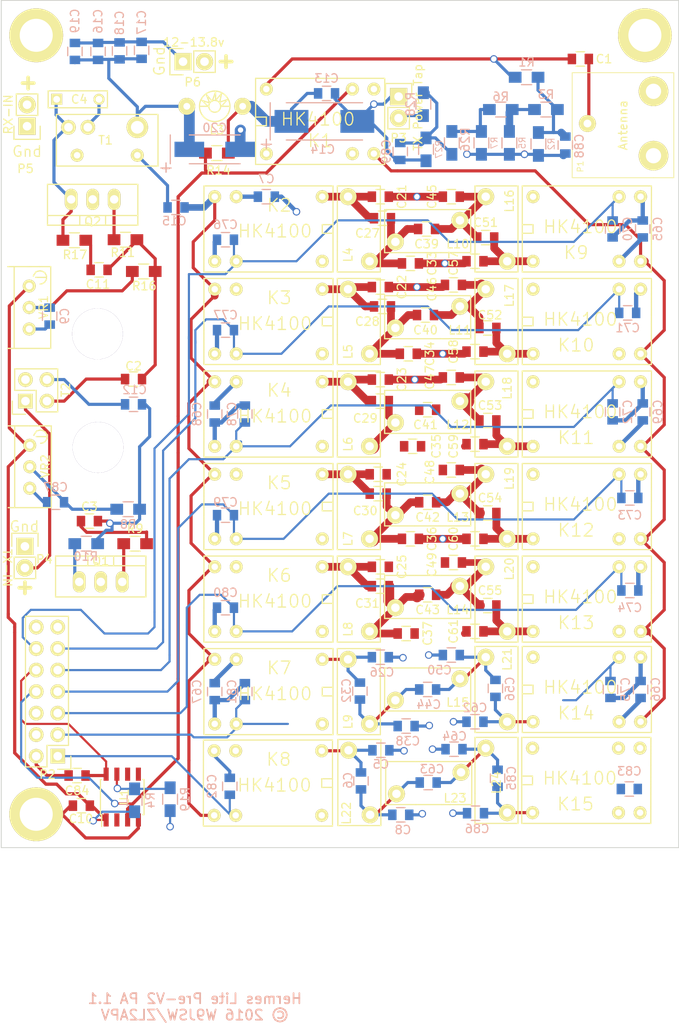
<source format=kicad_pcb>
(kicad_pcb (version 4) (host pcbnew 4.0.1-stable)
  (title_block (title "Hermes Lite pre-V2 5W Power Amplifier") (date 2016-02-08) (rev 1.1) (company W9JSW/ZL2APV))
  (layers (0 F.Cu signal) (1 In1.Cu signal) (2 In2.Cu signal) (31 B.Cu signal) (34 B.Paste user) (35 F.Paste user) (36 B.SilkS user) (37 F.SilkS user) (38 B.Mask user) (39 F.Mask user) (44 Edge.Cuts user))
  (net 0 "")
  (net 1 GND)
  (net 2 "Net-(C3-Pad1)")
  (net 3 "Net-(C10-Pad2)")
  (net 4 "Net-(C11-Pad1)")
  (net 5 "Net-(C15-Pad1)")
  (net 6 "Net-(C16-Pad2)")
  (net 7 "Net-(K2-Pad3)")
  (net 8 "Net-(C29-Pad1)")
  (net 9 "Net-(C5-Pad1)")
  (net 10 /PTT)
  (net 11 "Net-(C1-Pad2)")
  (net 12 "Net-(C32-Pad1)")
  (net 13 "Net-(C23-Pad1)")
  (net 14 "Net-(C24-Pad1)")
  (net 15 "Net-(C25-Pad1)")
  (net 16 "Net-(C27-Pad1)")
  (net 17 "Net-(C1-Pad1)")
  (net 18 "Net-(C9-Pad2)")
  (net 19 "Net-(C11-Pad2)")
  (net 20 "Net-(C21-Pad1)")
  (net 21 "Net-(C22-Pad1)")
  (net 22 "Net-(C26-Pad1)")
  (net 23 "Net-(C28-Pad1)")
  (net 24 "Net-(C30-Pad1)")
  (net 25 "Net-(C31-Pad1)")
  (net 26 "Net-(C39-Pad1)")
  (net 27 "Net-(C40-Pad1)")
  (net 28 "Net-(C41-Pad1)")
  (net 29 "Net-(C42-Pad1)")
  (net 30 "Net-(C43-Pad1)")
  (net 31 "Net-(C44-Pad1)")
  (net 32 "Net-(C51-Pad1)")
  (net 33 "Net-(C52-Pad1)")
  (net 34 "Net-(C53-Pad1)")
  (net 35 "Net-(C54-Pad1)")
  (net 36 "Net-(C55-Pad1)")
  (net 37 "Net-(C56-Pad1)")
  (net 38 "Net-(K1-Pad1)")
  (net 39 "Net-(K1-Pad4)")
  (net 40 /Band0)
  (net 41 /Band1)
  (net 42 "Net-(K3-Pad3)")
  (net 43 /Band2)
  (net 44 "Net-(K4-Pad3)")
  (net 45 /Band3)
  (net 46 "Net-(K5-Pad3)")
  (net 47 /Band4)
  (net 48 "Net-(K6-Pad3)")
  (net 49 /Band5)
  (net 50 "Net-(K7-Pad3)")
  (net 51 /Band6)
  (net 52 "Net-(K9-Pad3)")
  (net 53 "Net-(K10-Pad3)")
  (net 54 "Net-(K11-Pad3)")
  (net 55 "Net-(K12-Pad3)")
  (net 56 "Net-(K13-Pad3)")
  (net 57 "Net-(K14-Pad3)")
  (net 58 "Net-(R3-Pad1)")
  (net 59 "Net-(C63-Pad1)")
  (net 60 TX-FILTER-OUT)
  (net 61 TX-FILTER-IN)
  (net 62 "Net-(K8-Pad3)")
  (net 63 "Net-(K15-Pad3)")
  (net 64 "Net-(U1-Pad5)")
  (net 65 "Net-(U1-Pad6)")
  (net 66 +12v)
  (net 67 "Net-(C12-Pad1)")
  (net 68 "Net-(C12-Pad2)")
  (net 69 "Net-(C85-Pad1)")
  (net 70 "Net-(Q1-Pad1)")
  (net 71 "Net-(C88-Pad1)")
  (net 72 "Net-(C89-Pad1)")
  (net 73 "Net-(P3-Pad2)")
  (net 74 "Net-(R26-Pad2)")
  (net 75 "Net-(R19-Pad2)")
  (net 76 "Net-(U1-Pad2)")
  (net 77 "Net-(P2-Pad13)")
  (net 78 "Net-(P2-Pad14)")
  (net 79 "Net-(C2-Pad1)")
  (net 80 "Net-(C4-Pad1)")
  (net 81 "Net-(C4-Pad2)")
  (net 82 "Net-(C6-Pad1)")
  (net 83 "Net-(C87-Pad2)")
  (net 84 "Net-(P4-Pad2)")
  (net 85 "Net-(Q2-Pad1)")
  (module Mounting_Holes:MountingHole_6mm (layer F.Cu) (at 126.4285 87.757)
    (fp_text reference MountingHole_6mm hide)
    (fp_text value VAL** hide)
    (pad 1 thru_hole circle (at 0 0) (size 5.99948 5.99948) (drill 5.99948) (layers))
  )
  (module HERMESLITE:C_0805 (layer F.Cu) (at 130.6195 79.6925)
    (fp_text reference C2 (at 0 -1.524) (layer F.SilkS))
    (fp_text value 0.1uF hide)
    (pad 1 smd rect (at -1 0) (size 1 1.25) (layers F.Cu F.Paste F.Mask) (net 79 "Net-(C2-Pad1)"))
    (pad 2 smd rect (at 1 0) (size 1 1.25) (layers F.Cu F.Paste F.Mask) (net 19 "Net-(C11-Pad2)"))
  )
  (module HERMESLITE:C_0805 (layer F.Cu) (at 125.4125 96.4565)
    (fp_text reference C3 (at 0 -1.7) (layer F.SilkS))
    (fp_text value 0.1uF hide)
    (pad 1 smd rect (at -1 0) (size 1 1.25) (layers F.Cu F.Paste F.Mask) (net 2 "Net-(C3-Pad1)"))
    (pad 2 smd rect (at 1 0) (size 1 1.25) (layers F.Cu F.Paste F.Mask) (net 68 "Net-(C12-Pad2)"))
  )
  (module HERMESLITE:C_0805 (layer B.Cu) (at 159.8295 123.5075)
    (fp_text reference C5 (at 0 1.651) (layer B.SilkS) (effects (justify mirror)))
    (fp_text value 82pf hide)
    (pad 1 smd rect (at -1 0) (size 1 1.25) (layers B.Cu B.Paste B.Mask) (net 9 "Net-(C5-Pad1)"))
    (pad 2 smd rect (at 1 0) (size 1 1.25) (layers B.Cu B.Paste B.Mask) (net 1 GND))
  )
  (module HERMESLITE:C_0805 (layer B.Cu) (at 157.48 127.127 90)
    (fp_text reference C6 (at 0.0635 -1.524 270) (layer B.SilkS) (effects (justify mirror)))
    (fp_text value DNI hide)
    (pad 1 smd rect (at -1 0 90) (size 1 1.25) (layers B.Cu B.Paste B.Mask) (net 82 "Net-(C6-Pad1)"))
    (pad 2 smd rect (at 1 0 90) (size 1 1.25) (layers B.Cu B.Paste B.Mask) (net 9 "Net-(C5-Pad1)"))
  )
  (module HERMESLITE:C_0805 (layer B.Cu) (at 162.179 131.1275)
    (fp_text reference C8 (at 0.254 1.778) (layer B.SilkS) (effects (justify mirror)))
    (fp_text value 150pf hide)
    (pad 1 smd rect (at -1 0) (size 1 1.25) (layers B.Cu B.Paste B.Mask) (net 82 "Net-(C6-Pad1)"))
    (pad 2 smd rect (at 1 0) (size 1 1.25) (layers B.Cu B.Paste B.Mask) (net 1 GND))
  )
  (module HERMESLITE:C_0805 (layer B.Cu) (at 120.7135 72.263 90)
    (fp_text reference C9 (at 0 1.778 90) (layer B.SilkS) (effects (justify mirror)))
    (fp_text value 0.1uF hide)
    (pad 1 smd rect (at -1 0 90) (size 1 1.25) (layers B.Cu B.Paste B.Mask) (net 1 GND))
    (pad 2 smd rect (at 1 0 90) (size 1 1.25) (layers B.Cu B.Paste B.Mask) (net 18 "Net-(C9-Pad2)"))
  )
  (module HERMESLITE:C_0805 (layer F.Cu) (at 124.46 130.048)
    (fp_text reference C10 (at -0.05 1.55) (layer F.SilkS))
    (fp_text value 1uF hide)
    (pad 1 smd rect (at -1 0) (size 1 1.25) (layers F.Cu F.Paste F.Mask) (net 1 GND))
    (pad 2 smd rect (at 1 0) (size 1 1.25) (layers F.Cu F.Paste F.Mask) (net 3 "Net-(C10-Pad2)"))
  )
  (module HERMESLITE:C_0805 (layer F.Cu) (at 126.5555 66.802)
    (fp_text reference C11 (at -0.127 1.7145) (layer F.SilkS))
    (fp_text value 0.1uF hide)
    (pad 1 smd rect (at -1 0) (size 1 1.25) (layers F.Cu F.Paste F.Mask) (net 4 "Net-(C11-Pad1)"))
    (pad 2 smd rect (at 1 0) (size 1 1.25) (layers F.Cu F.Paste F.Mask) (net 19 "Net-(C11-Pad2)"))
  )
  (module HERMESLITE:C_0805 (layer B.Cu) (at 153.416 45.974)
    (fp_text reference C13 (at 0 -1.778) (layer B.SilkS) (effects (justify mirror)))
    (fp_text value 0.1uF hide)
    (pad 1 smd rect (at -1 0) (size 1 1.25) (layers B.Cu B.Paste B.Mask) (net 66 +12v))
    (pad 2 smd rect (at 1 0) (size 1 1.25) (layers B.Cu B.Paste B.Mask) (net 1 GND))
  )
  (module HERMESLITE:C_0805 (layer B.Cu) (at 135.636 59.436)
    (fp_text reference C15 (at -0.2 1.6) (layer B.SilkS) (effects (justify mirror)))
    (fp_text value 0.1uF hide)
    (pad 1 smd rect (at -1 0) (size 1 1.25) (layers B.Cu B.Paste B.Mask) (net 5 "Net-(C15-Pad1)"))
    (pad 2 smd rect (at 1 0) (size 1 1.25) (layers B.Cu B.Paste B.Mask) (net 61 TX-FILTER-IN))
  )
  (module HERMESLITE:C_0805 (layer B.Cu) (at 126.4285 41.021 270)
    (fp_text reference C16 (at -3.556 0 270) (layer B.SilkS) (effects (justify mirror)))
    (fp_text value 0.1uF hide)
    (pad 1 smd rect (at -1 0 270) (size 1 1.25) (layers B.Cu B.Paste B.Mask) (net 1 GND))
    (pad 2 smd rect (at 1 0 270) (size 1 1.25) (layers B.Cu B.Paste B.Mask) (net 6 "Net-(C16-Pad2)"))
  )
  (module HERMESLITE:C_0805 (layer B.Cu) (at 131.572 40.894 270)
    (fp_text reference C17 (at -3.302 0 270) (layer B.SilkS) (effects (justify mirror)))
    (fp_text value 0.1uF hide)
    (pad 1 smd rect (at -1 0 270) (size 1 1.25) (layers B.Cu B.Paste B.Mask) (net 1 GND))
    (pad 2 smd rect (at 1 0 270) (size 1 1.25) (layers B.Cu B.Paste B.Mask) (net 6 "Net-(C16-Pad2)"))
  )
  (module HERMESLITE:C_0805 (layer B.Cu) (at 123.698 41.021 270)
    (fp_text reference C19 (at -3.6 0 270) (layer B.SilkS) (effects (justify mirror)))
    (fp_text value 4700pF hide)
    (pad 1 smd rect (at -1 0 270) (size 1 1.25) (layers B.Cu B.Paste B.Mask) (net 1 GND))
    (pad 2 smd rect (at 1 0 270) (size 1 1.25) (layers B.Cu B.Paste B.Mask) (net 6 "Net-(C16-Pad2)"))
  )
  (module HERMESLITE:C_0805 (layer F.Cu) (at 159.766 58.166)
    (fp_text reference C21 (at 2.54 0 90) (layer F.SilkS))
    (fp_text value 820pF hide)
    (pad 1 smd rect (at -1 0) (size 1 1.25) (layers F.Cu F.Paste F.Mask) (net 20 "Net-(C21-Pad1)"))
    (pad 2 smd rect (at 1 0) (size 1 1.25) (layers F.Cu F.Paste F.Mask) (net 1 GND))
  )
  (module HERMESLITE:BNCRA (layer F.Cu) (at 192.024 49.53 90)
    (fp_text reference P1 (at -5.08 -8.636 90) (layer F.SilkS) (effects (font (size 0.7 0.7) (thickness 0.1))))
    (fp_text value Antenna (at -0.2 -3.6 90) (layer F.SilkS))
    (pad 2 thru_hole circle (at -3.8 0 90) (size 3.5 3.5) (drill 1.8) (layers *.Cu *.Mask F.SilkS) (net 1 GND))
    (pad 2 thru_hole circle (at 3.8 0 90) (size 3.5 3.5) (drill 1.8) (layers *.Cu *.Mask F.SilkS) (net 1 GND))
    (pad 1 thru_hole circle (at 0 -7.8 90) (size 2 2) (drill 0.92) (layers *.Cu *.Mask F.SilkS) (net 17 "Net-(C1-Pad1)"))
  )
  (module Potentiometers:Potentiometer_Bourns_3296W_3-8Zoll_Inline_ScrewUp (layer F.Cu) (at 118.3005 68.707 180)
    (fp_text reference VR1 (at -1.7 -2.5 270) (layer F.SilkS))
    (fp_text value "1k MT" hide)
    (pad 2 thru_hole circle (at 0 -2.54 180) (size 1.524 1.524) (drill 0.8128) (layers *.Cu *.Mask F.SilkS) (net 18 "Net-(C9-Pad2)"))
    (pad 3 thru_hole circle (at 0 -5.08 180) (size 1.524 1.524) (drill 0.8128) (layers *.Cu *.Mask F.SilkS) (net 1 GND))
    (pad 1 thru_hole circle (at 0 0 180) (size 1.524 1.524) (drill 0.8128) (layers *.Cu *.Mask F.SilkS) (net 3 "Net-(C10-Pad2)"))
  )
  (module HERMESLITE:C_0805 (layer B.Cu) (at 159.766 112.522)
    (fp_text reference C26 (at 0.1905 1.778) (layer B.SilkS) (effects (justify mirror)))
    (fp_text value 82pF hide)
    (pad 1 smd rect (at -1 0) (size 1 1.25) (layers B.Cu B.Paste B.Mask) (net 22 "Net-(C26-Pad1)"))
    (pad 2 smd rect (at 1 0) (size 1 1.25) (layers B.Cu B.Paste B.Mask) (net 1 GND))
  )
  (module HERMESLITE:C_0805 (layer F.Cu) (at 160.02 71.12 180)
    (fp_text reference C28 (at 1.778 -1.778 180) (layer F.SilkS))
    (fp_text value DNI hide)
    (pad 1 smd rect (at -1 0 180) (size 1 1.25) (layers F.Cu F.Paste F.Mask) (net 23 "Net-(C28-Pad1)"))
    (pad 2 smd rect (at 1 0 180) (size 1 1.25) (layers F.Cu F.Paste F.Mask) (net 21 "Net-(C22-Pad1)"))
  )
  (module HERMESLITE:C_0805 (layer F.Cu) (at 159.766 82.296 180)
    (fp_text reference C29 (at 1.778 -2.032 180) (layer F.SilkS))
    (fp_text value 100pf hide)
    (pad 1 smd rect (at -1 0 180) (size 1 1.25) (layers F.Cu F.Paste F.Mask) (net 8 "Net-(C29-Pad1)"))
    (pad 2 smd rect (at 1 0 180) (size 1 1.25) (layers F.Cu F.Paste F.Mask) (net 13 "Net-(C23-Pad1)"))
  )
  (module Mounting_Holes:MountingHole_6mm (layer F.Cu) (at 126.365 74.3585)
    (fp_text reference MountingHole_6mm hide)
    (fp_text value VAL** hide)
    (pad 1 thru_hole circle (at 0 0) (size 5.99948 5.99948) (drill 5.99948) (layers))
  )
  (module Resistors_SMD:R_0805_HandSoldering (layer B.Cu) (at 175.006 51.816 90)
    (fp_text reference R5 (at 0 1.524 90) (layer B.SilkS) (effects (font (size 0.75 0.75) (thickness 0.1)) (justify mirror)))
    (fp_text value 68 hide)
    (pad 1 smd rect (at -1.35 0 90) (size 1.5 1.3) (layers B.Cu B.Paste B.Mask) (net 1 GND))
    (pad 2 smd rect (at 1.35 0 90) (size 1.5 1.3) (layers B.Cu B.Paste B.Mask) (net 58 "Net-(R3-Pad1)"))
  )
  (module Resistors_SMD:R_0805_HandSoldering (layer B.Cu) (at 173.99 47.879)
    (fp_text reference R6 (at 0 -1.524) (layer B.SilkS) (effects (justify mirror)))
    (fp_text value 68 hide)
    (pad 1 smd rect (at -1.35 0) (size 1.5 1.3) (layers B.Cu B.Paste B.Mask) (net 74 "Net-(R26-Pad2)"))
    (pad 2 smd rect (at 1.35 0) (size 1.5 1.3) (layers B.Cu B.Paste B.Mask) (net 58 "Net-(R3-Pad1)"))
  )
  (module Resistors_SMD:R_0805_HandSoldering (layer B.Cu) (at 171.704 51.816 90)
    (fp_text reference R7 (at 0 1.524 90) (layer B.SilkS) (effects (font (size 0.75 0.75) (thickness 0.1)) (justify mirror)))
    (fp_text value 68 hide)
    (pad 1 smd rect (at -1.35 0 90) (size 1.5 1.3) (layers B.Cu B.Paste B.Mask) (net 1 GND))
    (pad 2 smd rect (at 1.35 0 90) (size 1.5 1.3) (layers B.Cu B.Paste B.Mask) (net 74 "Net-(R26-Pad2)"))
  )
  (module Resistors_SMD:R_0805_HandSoldering (layer B.Cu) (at 129.9845 95.0595 180)
    (fp_text reference R8 (at 0 -1.778 180) (layer B.SilkS) (effects (justify mirror)))
    (fp_text value 10k hide)
    (pad 1 smd rect (at -1.35 0 180) (size 1.5 1.3) (layers B.Cu B.Paste B.Mask) (net 68 "Net-(C12-Pad2)"))
    (pad 2 smd rect (at 1.35 0 180) (size 1.5 1.3) (layers B.Cu B.Paste B.Mask) (net 83 "Net-(C87-Pad2)"))
  )
  (module Resistors_SMD:R_0805_HandSoldering (layer B.Cu) (at 125.0315 99.1235)
    (fp_text reference R10 (at -0.05 1.5) (layer B.SilkS) (effects (justify mirror)))
    (fp_text value 2.2 hide)
    (pad 1 smd rect (at -1.35 0) (size 1.5 1.3) (layers B.Cu B.Paste B.Mask) (net 70 "Net-(Q1-Pad1)"))
    (pad 2 smd rect (at 1.35 0) (size 1.5 1.3) (layers B.Cu B.Paste B.Mask) (net 68 "Net-(C12-Pad2)"))
  )
  (module HERMESLITE:C_0805 (layer F.Cu) (at 159.512 93.218 180)
    (fp_text reference C30 (at 1.524 -2.032 180) (layer F.SilkS))
    (fp_text value 43pF hide)
    (pad 1 smd rect (at -1 0 180) (size 1 1.25) (layers F.Cu F.Paste F.Mask) (net 24 "Net-(C30-Pad1)"))
    (pad 2 smd rect (at 1 0 180) (size 1 1.25) (layers F.Cu F.Paste F.Mask) (net 14 "Net-(C24-Pad1)"))
  )
  (module HERMESLITE:C_0805 (layer F.Cu) (at 159.766 104.14 180)
    (fp_text reference C31 (at 1.524 -2.032 180) (layer F.SilkS))
    (fp_text value DNI hide)
    (pad 1 smd rect (at -1 0 180) (size 1 1.25) (layers F.Cu F.Paste F.Mask) (net 25 "Net-(C31-Pad1)"))
    (pad 2 smd rect (at 1 0 180) (size 1 1.25) (layers F.Cu F.Paste F.Mask) (net 15 "Net-(C25-Pad1)"))
  )
  (module Resistors_SMD:R_0805_HandSoldering (layer B.Cu) (at 177.038 44.069 180)
    (fp_text reference R1 (at 0 1.778 180) (layer B.SilkS) (effects (justify mirror)))
    (fp_text value 2.7k hide)
    (pad 1 smd rect (at -1.35 0 180) (size 1.5 1.3) (layers B.Cu B.Paste B.Mask) (net 71 "Net-(C88-Pad1)"))
    (pad 2 smd rect (at 1.35 0 180) (size 1.5 1.3) (layers B.Cu B.Paste B.Mask) (net 11 "Net-(C1-Pad2)"))
  )
  (module Resistors_SMD:R_0805_HandSoldering (layer B.Cu) (at 178.435 51.943 90)
    (fp_text reference R2 (at 0 1.524 90) (layer B.SilkS) (effects (font (size 0.75 0.75) (thickness 0.1)) (justify mirror)))
    (fp_text value 120 hide)
    (pad 1 smd rect (at -1.35 0 90) (size 1.5 1.3) (layers B.Cu B.Paste B.Mask) (net 1 GND))
    (pad 2 smd rect (at 1.35 0 90) (size 1.5 1.3) (layers B.Cu B.Paste B.Mask) (net 71 "Net-(C88-Pad1)"))
  )
  (module Resistors_SMD:R_0805_HandSoldering (layer B.Cu) (at 179.324 47.879)
    (fp_text reference R3 (at 0 -1.778) (layer B.SilkS) (effects (justify mirror)))
    (fp_text value 51 hide)
    (pad 1 smd rect (at -1.35 0) (size 1.5 1.3) (layers B.Cu B.Paste B.Mask) (net 58 "Net-(R3-Pad1)"))
    (pad 2 smd rect (at 1.35 0) (size 1.5 1.3) (layers B.Cu B.Paste B.Mask) (net 71 "Net-(C88-Pad1)"))
  )
  (module HERMESLITE:MH (layer F.Cu) (at 191.008 39.116)
    (fp_text reference MH hide)
    (fp_text value VAL** hide)
    (pad "" thru_hole circle (at 0 0) (size 6.35 6.35) (drill 3.9) (layers *.Cu *.Mask F.SilkS) (net 1 GND))
  )
  (module HERMESLITE:MH (layer F.Cu) (at 119.126 39.116)
    (fp_text reference MH hide)
    (fp_text value VAL** hide)
    (pad "" thru_hole circle (at 0 0) (size 6.35 6.35) (drill 3.9) (layers *.Cu *.Mask F.SilkS) (net 1 GND))
  )
  (module HERMESLITE:MH (layer F.Cu) (at 191.008 131.064)
    (fp_text reference MH hide)
    (fp_text value VAL** hide)
  )
  (module HERMESLITE:MH (layer F.Cu) (at 119.126 131.064)
    (fp_text reference MH hide)
    (fp_text value VAL** hide)
    (pad "" thru_hole circle (at 0 0) (size 6.35 6.35) (drill 3.9) (layers *.Cu *.Mask F.SilkS) (net 1 GND))
  )
  (module HERMESLITE:C_0805 (layer F.Cu) (at 183.388 41.91 180)
    (fp_text reference C1 (at -2.794 0 180) (layer F.SilkS))
    (fp_text value 0.1uF hide)
    (pad 1 smd rect (at -1 0 180) (size 1 1.25) (layers F.Cu F.Paste F.Mask) (net 17 "Net-(C1-Pad1)"))
    (pad 2 smd rect (at 1 0 180) (size 1 1.25) (layers F.Cu F.Paste F.Mask) (net 11 "Net-(C1-Pad2)"))
  )
  (module Pin_Headers:Pin_Header_Straight_1x02 (layer F.Cu) (at 117.7925 99.441)
    (fp_text reference P4 (at 2.286 1.524 180) (layer F.SilkS))
    (fp_text value TX-IN hide)
    (pad 1 thru_hole rect (at 0 0) (size 2.032 2.032) (drill 1.016) (layers *.Cu *.Mask F.SilkS) (net 1 GND))
    (pad 2 thru_hole oval (at 0 2.54) (size 2.032 2.032) (drill 1.016) (layers *.Cu *.Mask F.SilkS) (net 84 "Net-(P4-Pad2)"))
  )
  (module Resistors_SMD:R_0805_HandSoldering (layer F.Cu) (at 131.826 66.9925 180)
    (fp_text reference R16 (at -0.0635 -1.7145 180) (layer F.SilkS))
    (fp_text value 10k hide)
    (pad 1 smd rect (at -1.35 0 180) (size 1.5 1.3) (layers F.Cu F.Paste F.Mask) (net 19 "Net-(C11-Pad2)"))
    (pad 2 smd rect (at 1.35 0 180) (size 1.5 1.3) (layers F.Cu F.Paste F.Mask) (net 18 "Net-(C9-Pad2)"))
  )
  (module HERMESLITE:C_0805 (layer B.Cu) (at 128.9685 40.9575 270)
    (fp_text reference C18 (at -3.302 0 270) (layer B.SilkS) (effects (justify mirror)))
    (fp_text value 0.1uF hide)
    (pad 1 smd rect (at -1 0 270) (size 1 1.25) (layers B.Cu B.Paste B.Mask) (net 1 GND))
    (pad 2 smd rect (at 1 0 270) (size 1 1.25) (layers B.Cu B.Paste B.Mask) (net 6 "Net-(C16-Pad2)"))
  )
  (module HERMESLITE:C_0805 (layer F.Cu) (at 159.766 79.756)
    (fp_text reference C23 (at 2.54 0 90) (layer F.SilkS))
    (fp_text value 360pF hide)
    (pad 1 smd rect (at -1 0) (size 1 1.25) (layers F.Cu F.Paste F.Mask) (net 13 "Net-(C23-Pad1)"))
    (pad 2 smd rect (at 1 0) (size 1 1.25) (layers F.Cu F.Paste F.Mask) (net 1 GND))
  )
  (module HERMESLITE:C_0805 (layer F.Cu) (at 159.512 90.932)
    (fp_text reference C24 (at 2.794 0 90) (layer F.SilkS))
    (fp_text value 180pF hide)
    (pad 1 smd rect (at -1 0) (size 1 1.25) (layers F.Cu F.Paste F.Mask) (net 14 "Net-(C24-Pad1)"))
    (pad 2 smd rect (at 1 0) (size 1 1.25) (layers F.Cu F.Paste F.Mask) (net 1 GND))
  )
  (module HERMESLITE:C_0805 (layer F.Cu) (at 159.766 101.854)
    (fp_text reference C25 (at 2.54 0 90) (layer F.SilkS))
    (fp_text value 100pF hide)
    (pad 1 smd rect (at -1 0) (size 1 1.25) (layers F.Cu F.Paste F.Mask) (net 15 "Net-(C25-Pad1)"))
    (pad 2 smd rect (at 1 0) (size 1 1.25) (layers F.Cu F.Paste F.Mask) (net 1 GND))
  )
  (module HERMESLITE:C_0805 (layer F.Cu) (at 160.02 60.706 180)
    (fp_text reference C27 (at 1.778 -1.778 180) (layer F.SilkS))
    (fp_text value DNI hide)
    (pad 1 smd rect (at -1 0 180) (size 1 1.25) (layers F.Cu F.Paste F.Mask) (net 16 "Net-(C27-Pad1)"))
    (pad 2 smd rect (at 1 0 180) (size 1 1.25) (layers F.Cu F.Paste F.Mask) (net 20 "Net-(C21-Pad1)"))
  )
  (module HERMESLITE:C_0805 (layer B.Cu) (at 157.353 116.5225 90)
    (fp_text reference C32 (at 0.0635 -1.5875 90) (layer B.SilkS) (effects (justify mirror)))
    (fp_text value DNI hide)
    (pad 1 smd rect (at -1 0 90) (size 1 1.25) (layers B.Cu B.Paste B.Mask) (net 12 "Net-(C32-Pad1)"))
    (pad 2 smd rect (at 1 0 90) (size 1 1.25) (layers B.Cu B.Paste B.Mask) (net 22 "Net-(C26-Pad1)"))
  )
  (module HERMESLITE:C_0805 (layer F.Cu) (at 163.322 66.04)
    (fp_text reference C33 (at 2.54 0 90) (layer F.SilkS))
    (fp_text value 2200pF hide)
    (pad 1 smd rect (at -1 0) (size 1 1.25) (layers F.Cu F.Paste F.Mask) (net 16 "Net-(C27-Pad1)"))
    (pad 2 smd rect (at 1 0) (size 1 1.25) (layers F.Cu F.Paste F.Mask) (net 1 GND))
  )
  (module HERMESLITE:C_0805 (layer F.Cu) (at 159.766 68.834)
    (fp_text reference C22 (at 2.54 0 90) (layer F.SilkS))
    (fp_text value 470pF hide)
    (pad 1 smd rect (at -1 0) (size 1 1.25) (layers F.Cu F.Paste F.Mask) (net 21 "Net-(C22-Pad1)"))
    (pad 2 smd rect (at 1 0) (size 1 1.25) (layers F.Cu F.Paste F.Mask) (net 1 GND))
  )
  (module HERMESLITE:C_0805 (layer F.Cu) (at 163.068 76.708)
    (fp_text reference C34 (at 2.54 0 270) (layer F.SilkS))
    (fp_text value 1200pF hide)
    (pad 1 smd rect (at -1 0) (size 1 1.25) (layers F.Cu F.Paste F.Mask) (net 23 "Net-(C28-Pad1)"))
    (pad 2 smd rect (at 1 0) (size 1 1.25) (layers F.Cu F.Paste F.Mask) (net 1 GND))
  )
  (module HERMESLITE:C_0805 (layer F.Cu) (at 163.576 87.63)
    (fp_text reference C35 (at 2.794 0 90) (layer F.SilkS))
    (fp_text value 680pF hide)
    (pad 1 smd rect (at -1 0) (size 1 1.25) (layers F.Cu F.Paste F.Mask) (net 8 "Net-(C29-Pad1)"))
    (pad 2 smd rect (at 1 0) (size 1 1.25) (layers F.Cu F.Paste F.Mask) (net 1 GND))
  )
  (module HERMESLITE:C_0805 (layer F.Cu) (at 163.322 98.552)
    (fp_text reference C36 (at 2.54 0 90) (layer F.SilkS))
    (fp_text value 300pF hide)
    (pad 1 smd rect (at -1 0) (size 1 1.25) (layers F.Cu F.Paste F.Mask) (net 24 "Net-(C30-Pad1)"))
    (pad 2 smd rect (at 1 0) (size 1 1.25) (layers F.Cu F.Paste F.Mask) (net 1 GND))
  )
  (module HERMESLITE:C_0805 (layer F.Cu) (at 162.814 109.728)
    (fp_text reference C37 (at 2.54 0 90) (layer F.SilkS))
    (fp_text value 270pF hide)
    (pad 1 smd rect (at -1 0) (size 1 1.25) (layers F.Cu F.Paste F.Mask) (net 25 "Net-(C31-Pad1)"))
    (pad 2 smd rect (at 1 0) (size 1 1.25) (layers F.Cu F.Paste F.Mask) (net 1 GND))
  )
  (module HERMESLITE:C_0805 (layer B.Cu) (at 162.814 120.65)
    (fp_text reference C38 (at 0.1905 1.778) (layer B.SilkS) (effects (justify mirror)))
    (fp_text value 220pF hide)
    (pad 1 smd rect (at -1 0) (size 1 1.25) (layers B.Cu B.Paste B.Mask) (net 12 "Net-(C32-Pad1)"))
    (pad 2 smd rect (at 1 0) (size 1 1.25) (layers B.Cu B.Paste B.Mask) (net 1 GND))
  )
  (module HERMESLITE:C_0805 (layer F.Cu) (at 165.227 61.976 180)
    (fp_text reference C39 (at 0 -1.778 180) (layer F.SilkS))
    (fp_text value DNI hide)
    (pad 1 smd rect (at -1 0 180) (size 1 1.25) (layers F.Cu F.Paste F.Mask) (net 26 "Net-(C39-Pad1)"))
    (pad 2 smd rect (at 1 0 180) (size 1 1.25) (layers F.Cu F.Paste F.Mask) (net 16 "Net-(C27-Pad1)"))
  )
  (module HERMESLITE:C_0805 (layer F.Cu) (at 165.1 72.136 180)
    (fp_text reference C40 (at 0 -1.778 180) (layer F.SilkS))
    (fp_text value DNI hide)
    (pad 1 smd rect (at -1 0 180) (size 1 1.25) (layers F.Cu F.Paste F.Mask) (net 27 "Net-(C40-Pad1)"))
    (pad 2 smd rect (at 1 0 180) (size 1 1.25) (layers F.Cu F.Paste F.Mask) (net 23 "Net-(C28-Pad1)"))
  )
  (module HERMESLITE:C_0805 (layer F.Cu) (at 165.354 83.312 180)
    (fp_text reference C41 (at 0.254 -1.778 180) (layer F.SilkS))
    (fp_text value 300pf hide)
    (pad 1 smd rect (at -1 0 180) (size 1 1.25) (layers F.Cu F.Paste F.Mask) (net 28 "Net-(C41-Pad1)"))
    (pad 2 smd rect (at 1 0 180) (size 1 1.25) (layers F.Cu F.Paste F.Mask) (net 8 "Net-(C29-Pad1)"))
  )
  (module HERMESLITE:C_0805 (layer F.Cu) (at 165.354 94.234 180)
    (fp_text reference C42 (at 0 -1.778 180) (layer F.SilkS))
    (fp_text value 130pF hide)
    (pad 1 smd rect (at -1 0 180) (size 1 1.25) (layers F.Cu F.Paste F.Mask) (net 29 "Net-(C42-Pad1)"))
    (pad 2 smd rect (at 1 0 180) (size 1 1.25) (layers F.Cu F.Paste F.Mask) (net 24 "Net-(C30-Pad1)"))
  )
  (module HERMESLITE:C_0805 (layer F.Cu) (at 165.354 105.156 180)
    (fp_text reference C43 (at 0 -1.778 180) (layer F.SilkS))
    (fp_text value DNI hide)
    (pad 1 smd rect (at -1 0 180) (size 1 1.25) (layers F.Cu F.Paste F.Mask) (net 30 "Net-(C43-Pad1)"))
    (pad 2 smd rect (at 1 0 180) (size 1 1.25) (layers F.Cu F.Paste F.Mask) (net 25 "Net-(C31-Pad1)"))
  )
  (module HERMESLITE:C_0805 (layer B.Cu) (at 165.354 116.332 180)
    (fp_text reference C44 (at -0.127 -1.778 180) (layer B.SilkS) (effects (justify mirror)))
    (fp_text value DNI hide)
    (pad 1 smd rect (at -1 0 180) (size 1 1.25) (layers B.Cu B.Paste B.Mask) (net 31 "Net-(C44-Pad1)"))
    (pad 2 smd rect (at 1 0 180) (size 1 1.25) (layers B.Cu B.Paste B.Mask) (net 12 "Net-(C32-Pad1)"))
  )
  (module HERMESLITE:C_0805 (layer F.Cu) (at 168.148 58.166 180)
    (fp_text reference C45 (at 2.286 0 270) (layer F.SilkS))
    (fp_text value 2200pF hide)
    (pad 1 smd rect (at -1 0 180) (size 1 1.25) (layers F.Cu F.Paste F.Mask) (net 26 "Net-(C39-Pad1)"))
    (pad 2 smd rect (at 1 0 180) (size 1 1.25) (layers F.Cu F.Paste F.Mask) (net 1 GND))
  )
  (module HERMESLITE:C_0805 (layer F.Cu) (at 168.402 68.58 180)
    (fp_text reference C46 (at 2.54 -0.508 270) (layer F.SilkS))
    (fp_text value 1200pF hide)
    (pad 1 smd rect (at -1 0 180) (size 1 1.25) (layers F.Cu F.Paste F.Mask) (net 27 "Net-(C40-Pad1)"))
    (pad 2 smd rect (at 1 0 180) (size 1 1.25) (layers F.Cu F.Paste F.Mask) (net 1 GND))
  )
  (module HERMESLITE:C_0805 (layer F.Cu) (at 168.148 79.502 180)
    (fp_text reference C47 (at 2.54 0 270) (layer F.SilkS))
    (fp_text value 270pF hide)
    (pad 1 smd rect (at -1 0 180) (size 1 1.25) (layers F.Cu F.Paste F.Mask) (net 28 "Net-(C41-Pad1)"))
    (pad 2 smd rect (at 1 0 180) (size 1 1.25) (layers F.Cu F.Paste F.Mask) (net 1 GND))
  )
  (module HERMESLITE:C_0805 (layer F.Cu) (at 168.148 90.424 180)
    (fp_text reference C48 (at 2.54 -0.254 270) (layer F.SilkS))
    (fp_text value 130pF hide)
    (pad 1 smd rect (at -1 0 180) (size 1 1.25) (layers F.Cu F.Paste F.Mask) (net 29 "Net-(C42-Pad1)"))
    (pad 2 smd rect (at 1 0 180) (size 1 1.25) (layers F.Cu F.Paste F.Mask) (net 1 GND))
  )
  (module HERMESLITE:C_0805 (layer F.Cu) (at 168.402 101.346 180)
    (fp_text reference C49 (at 2.54 -0.254 270) (layer F.SilkS))
    (fp_text value 270pF hide)
    (pad 1 smd rect (at -1 0 180) (size 1 1.25) (layers F.Cu F.Paste F.Mask) (net 30 "Net-(C43-Pad1)"))
    (pad 2 smd rect (at 1 0 180) (size 1 1.25) (layers F.Cu F.Paste F.Mask) (net 1 GND))
  )
  (module HERMESLITE:C_0805 (layer B.Cu) (at 168.148 112.268 180)
    (fp_text reference C50 (at 1.397 -1.778 180) (layer B.SilkS) (effects (justify mirror)))
    (fp_text value 220pF hide)
    (pad 1 smd rect (at -1 0 180) (size 1 1.25) (layers B.Cu B.Paste B.Mask) (net 31 "Net-(C44-Pad1)"))
    (pad 2 smd rect (at 1 0 180) (size 1 1.25) (layers B.Cu B.Paste B.Mask) (net 1 GND))
  )
  (module HERMESLITE:C_0805 (layer F.Cu) (at 172.212 62.992 180)
    (fp_text reference C51 (at 0 1.778 180) (layer F.SilkS))
    (fp_text value DNI hide)
    (pad 1 smd rect (at -1 0 180) (size 1 1.25) (layers F.Cu F.Paste F.Mask) (net 32 "Net-(C51-Pad1)"))
    (pad 2 smd rect (at 1 0 180) (size 1 1.25) (layers F.Cu F.Paste F.Mask) (net 26 "Net-(C39-Pad1)"))
  )
  (module HERMESLITE:C_0805 (layer F.Cu) (at 172.466 73.66 180)
    (fp_text reference C52 (at -0.254 1.524 180) (layer F.SilkS))
    (fp_text value DNI hide)
    (pad 1 smd rect (at -1 0 180) (size 1 1.25) (layers F.Cu F.Paste F.Mask) (net 33 "Net-(C52-Pad1)"))
    (pad 2 smd rect (at 1 0 180) (size 1 1.25) (layers F.Cu F.Paste F.Mask) (net 27 "Net-(C40-Pad1)"))
  )
  (module HERMESLITE:C_0805 (layer F.Cu) (at 172.466 84.582 180)
    (fp_text reference C53 (at -0.254 1.778 180) (layer F.SilkS))
    (fp_text value DNI hide)
    (pad 1 smd rect (at -1 0 180) (size 1 1.25) (layers F.Cu F.Paste F.Mask) (net 34 "Net-(C53-Pad1)"))
    (pad 2 smd rect (at 1 0 180) (size 1 1.25) (layers F.Cu F.Paste F.Mask) (net 28 "Net-(C41-Pad1)"))
  )
  (module HERMESLITE:C_0805 (layer F.Cu) (at 172.466 95.504 180)
    (fp_text reference C54 (at -0.254 1.778 180) (layer F.SilkS))
    (fp_text value "0R Res" hide)
    (pad 1 smd rect (at -1 0 180) (size 1 1.25) (layers F.Cu F.Paste F.Mask) (net 35 "Net-(C54-Pad1)"))
    (pad 2 smd rect (at 1 0 180) (size 1 1.25) (layers F.Cu F.Paste F.Mask) (net 29 "Net-(C42-Pad1)"))
  )
  (module HERMESLITE:C_0805 (layer F.Cu) (at 172.466 106.426 180)
    (fp_text reference C55 (at -0.254 1.778 180) (layer F.SilkS))
    (fp_text value DNI hide)
    (pad 1 smd rect (at -1 0 180) (size 1 1.25) (layers F.Cu F.Paste F.Mask) (net 36 "Net-(C55-Pad1)"))
    (pad 2 smd rect (at 1 0 180) (size 1 1.25) (layers F.Cu F.Paste F.Mask) (net 30 "Net-(C43-Pad1)"))
  )
  (module HERMESLITE:C_0805 (layer B.Cu) (at 173.355 116.205 90)
    (fp_text reference C56 (at -0.0635 1.7145 90) (layer B.SilkS) (effects (justify mirror)))
    (fp_text value DNI hide)
    (pad 1 smd rect (at -1 0 90) (size 1 1.25) (layers B.Cu B.Paste B.Mask) (net 37 "Net-(C56-Pad1)"))
    (pad 2 smd rect (at 1 0 90) (size 1 1.25) (layers B.Cu B.Paste B.Mask) (net 31 "Net-(C44-Pad1)"))
  )
  (module HERMESLITE:C_0805 (layer F.Cu) (at 170.942 65.786 180)
    (fp_text reference C57 (at 2.54 -0.254 270) (layer F.SilkS))
    (fp_text value 820pF hide)
    (pad 1 smd rect (at -1 0 180) (size 1 1.25) (layers F.Cu F.Paste F.Mask) (net 32 "Net-(C51-Pad1)"))
    (pad 2 smd rect (at 1 0 180) (size 1 1.25) (layers F.Cu F.Paste F.Mask) (net 1 GND))
  )
  (module HERMESLITE:C_0805 (layer F.Cu) (at 170.942 76.454 180)
    (fp_text reference C58 (at 2.54 0 270) (layer F.SilkS))
    (fp_text value 470pF hide)
    (pad 1 smd rect (at -1 0 180) (size 1 1.25) (layers F.Cu F.Paste F.Mask) (net 33 "Net-(C52-Pad1)"))
    (pad 2 smd rect (at 1 0 180) (size 1 1.25) (layers F.Cu F.Paste F.Mask) (net 1 GND))
  )
  (module HERMESLITE:C_0805 (layer F.Cu) (at 170.942 87.376 180)
    (fp_text reference C59 (at 2.54 -0.254 270) (layer F.SilkS))
    (fp_text value 240pF hide)
    (pad 1 smd rect (at -1 0 180) (size 1 1.25) (layers F.Cu F.Paste F.Mask) (net 34 "Net-(C53-Pad1)"))
    (pad 2 smd rect (at 1 0 180) (size 1 1.25) (layers F.Cu F.Paste F.Mask) (net 1 GND))
  )
  (module HERMESLITE:C_0805 (layer F.Cu) (at 170.942 98.552 180)
    (fp_text reference C60 (at 2.54 0 270) (layer F.SilkS))
    (fp_text value DNI hide)
    (pad 1 smd rect (at -1 0 180) (size 1 1.25) (layers F.Cu F.Paste F.Mask) (net 35 "Net-(C54-Pad1)"))
    (pad 2 smd rect (at 1 0 180) (size 1 1.25) (layers F.Cu F.Paste F.Mask) (net 1 GND))
  )
  (module HERMESLITE:C_0805 (layer F.Cu) (at 170.942 109.474 180)
    (fp_text reference C61 (at 2.54 0 450) (layer F.SilkS))
    (fp_text value 100pF hide)
    (pad 1 smd rect (at -1 0 180) (size 1 1.25) (layers F.Cu F.Paste F.Mask) (net 36 "Net-(C55-Pad1)"))
    (pad 2 smd rect (at 1 0 180) (size 1 1.25) (layers F.Cu F.Paste F.Mask) (net 1 GND))
  )
  (module HERMESLITE:C_0805 (layer B.Cu) (at 170.942 120.142 180)
    (fp_text reference C62 (at 0 1.651 180) (layer B.SilkS) (effects (justify mirror)))
    (fp_text value 82pF hide)
    (pad 1 smd rect (at -1 0 180) (size 1 1.25) (layers B.Cu B.Paste B.Mask) (net 37 "Net-(C56-Pad1)"))
    (pad 2 smd rect (at 1 0 180) (size 1 1.25) (layers B.Cu B.Paste B.Mask) (net 1 GND))
  )
  (module HERMESLITE:HK4100 (layer F.Cu) (at 152.654 49.276 180)
    (fp_text reference K1 (at 0 -2.286 180) (layer F.SilkS) (effects (font (size 1.5 1.5))))
    (fp_text value HK4100 (at 0.254 0.254 180) (layer F.SilkS) (effects (font (size 1.5 1.5))))
    (pad 1 thru_hole circle (at -6.35 3.81 180) (size 1.524 1.524) (drill 0.762) (layers *.Cu *.Mask F.SilkS) (net 38 "Net-(K1-Pad1)"))
    (pad 2 thru_hole circle (at -3.81 3.81 180) (size 1.524 1.524) (drill 0.762) (layers *.Cu *.Mask F.SilkS) (net 10 /PTT))
    (pad 3 thru_hole circle (at 6.35 3.81 180) (size 1.524 1.524) (drill 0.762) (layers *.Cu *.Mask F.SilkS) (net 11 "Net-(C1-Pad2)"))
    (pad 4 thru_hole circle (at 6.35 -3.81 180) (size 1.524 1.524) (drill 0.762) (layers *.Cu *.Mask F.SilkS) (net 39 "Net-(K1-Pad4)"))
    (pad 6 thru_hole circle (at -6.35 -3.81 180) (size 1.524 1.524) (drill 0.762) (layers *.Cu *.Mask F.SilkS) (net 60 TX-FILTER-OUT))
    (pad 5 thru_hole circle (at -3.81 -3.81 180) (size 1.524 1.524) (drill 0.762) (layers *.Cu *.Mask F.SilkS) (net 66 +12v))
  )
  (module HERMESLITE:HK4100 (layer F.Cu) (at 146.558 61.976)
    (fp_text reference K2 (at 1.27 -2.794) (layer F.SilkS) (effects (font (size 1.5 1.5))))
    (fp_text value HK4100 (at 0.762 0.254) (layer F.SilkS) (effects (font (size 1.5 1.5))))
    (pad 1 thru_hole circle (at -6.35 3.81) (size 1.524 1.524) (drill 0.762) (layers *.Cu *.Mask F.SilkS) (net 1 GND))
    (pad 2 thru_hole circle (at -3.81 3.81) (size 1.524 1.524) (drill 0.762) (layers *.Cu *.Mask F.SilkS) (net 40 /Band0))
    (pad 3 thru_hole circle (at 6.35 3.81) (size 1.524 1.524) (drill 0.762) (layers *.Cu *.Mask F.SilkS) (net 7 "Net-(K2-Pad3)"))
    (pad 4 thru_hole circle (at 6.35 -3.81) (size 1.524 1.524) (drill 0.762) (layers *.Cu *.Mask F.SilkS) (net 20 "Net-(C21-Pad1)"))
    (pad 6 thru_hole circle (at -6.35 -3.81) (size 1.524 1.524) (drill 0.762) (layers *.Cu *.Mask F.SilkS) (net 61 TX-FILTER-IN))
    (pad 5 thru_hole circle (at -3.81 -3.81) (size 1.524 1.524) (drill 0.762) (layers *.Cu *.Mask F.SilkS) (net 66 +12v))
  )
  (module HERMESLITE:HK4100 (layer F.Cu) (at 146.558 72.898)
    (fp_text reference K3 (at 1.27 -2.794) (layer F.SilkS) (effects (font (size 1.5 1.5))))
    (fp_text value HK4100 (at 0.762 0.254) (layer F.SilkS) (effects (font (size 1.5 1.5))))
    (pad 1 thru_hole circle (at -6.35 3.81) (size 1.524 1.524) (drill 0.762) (layers *.Cu *.Mask F.SilkS) (net 1 GND))
    (pad 2 thru_hole circle (at -3.81 3.81) (size 1.524 1.524) (drill 0.762) (layers *.Cu *.Mask F.SilkS) (net 41 /Band1))
    (pad 3 thru_hole circle (at 6.35 3.81) (size 1.524 1.524) (drill 0.762) (layers *.Cu *.Mask F.SilkS) (net 42 "Net-(K3-Pad3)"))
    (pad 4 thru_hole circle (at 6.35 -3.81) (size 1.524 1.524) (drill 0.762) (layers *.Cu *.Mask F.SilkS) (net 21 "Net-(C22-Pad1)"))
    (pad 6 thru_hole circle (at -6.35 -3.81) (size 1.524 1.524) (drill 0.762) (layers *.Cu *.Mask F.SilkS) (net 61 TX-FILTER-IN))
    (pad 5 thru_hole circle (at -3.81 -3.81) (size 1.524 1.524) (drill 0.762) (layers *.Cu *.Mask F.SilkS) (net 66 +12v))
  )
  (module HERMESLITE:HK4100 (layer F.Cu) (at 146.558 83.82)
    (fp_text reference K4 (at 1.27 -2.794) (layer F.SilkS) (effects (font (size 1.5 1.5))))
    (fp_text value HK4100 (at 0.762 0.254) (layer F.SilkS) (effects (font (size 1.5 1.5))))
    (pad 1 thru_hole circle (at -6.35 3.81) (size 1.524 1.524) (drill 0.762) (layers *.Cu *.Mask F.SilkS) (net 1 GND))
    (pad 2 thru_hole circle (at -3.81 3.81) (size 1.524 1.524) (drill 0.762) (layers *.Cu *.Mask F.SilkS) (net 43 /Band2))
    (pad 3 thru_hole circle (at 6.35 3.81) (size 1.524 1.524) (drill 0.762) (layers *.Cu *.Mask F.SilkS) (net 44 "Net-(K4-Pad3)"))
    (pad 4 thru_hole circle (at 6.35 -3.81) (size 1.524 1.524) (drill 0.762) (layers *.Cu *.Mask F.SilkS) (net 13 "Net-(C23-Pad1)"))
    (pad 6 thru_hole circle (at -6.35 -3.81) (size 1.524 1.524) (drill 0.762) (layers *.Cu *.Mask F.SilkS) (net 61 TX-FILTER-IN))
    (pad 5 thru_hole circle (at -3.81 -3.81) (size 1.524 1.524) (drill 0.762) (layers *.Cu *.Mask F.SilkS) (net 66 +12v))
  )
  (module HERMESLITE:HK4100 (layer F.Cu) (at 146.558 94.742)
    (fp_text reference K5 (at 1.27 -2.794) (layer F.SilkS) (effects (font (size 1.5 1.5))))
    (fp_text value HK4100 (at 0.762 0.254) (layer F.SilkS) (effects (font (size 1.5 1.5))))
    (pad 1 thru_hole circle (at -6.35 3.81) (size 1.524 1.524) (drill 0.762) (layers *.Cu *.Mask F.SilkS) (net 1 GND))
    (pad 2 thru_hole circle (at -3.81 3.81) (size 1.524 1.524) (drill 0.762) (layers *.Cu *.Mask F.SilkS) (net 45 /Band3))
    (pad 3 thru_hole circle (at 6.35 3.81) (size 1.524 1.524) (drill 0.762) (layers *.Cu *.Mask F.SilkS) (net 46 "Net-(K5-Pad3)"))
    (pad 4 thru_hole circle (at 6.35 -3.81) (size 1.524 1.524) (drill 0.762) (layers *.Cu *.Mask F.SilkS) (net 14 "Net-(C24-Pad1)"))
    (pad 6 thru_hole circle (at -6.35 -3.81) (size 1.524 1.524) (drill 0.762) (layers *.Cu *.Mask F.SilkS) (net 61 TX-FILTER-IN))
    (pad 5 thru_hole circle (at -3.81 -3.81) (size 1.524 1.524) (drill 0.762) (layers *.Cu *.Mask F.SilkS) (net 66 +12v))
  )
  (module HERMESLITE:HK4100 (layer F.Cu) (at 146.558 105.664)
    (fp_text reference K6 (at 1.27 -2.794) (layer F.SilkS) (effects (font (size 1.5 1.5))))
    (fp_text value HK4100 (at 0.762 0.254) (layer F.SilkS) (effects (font (size 1.5 1.5))))
    (pad 1 thru_hole circle (at -6.35 3.81) (size 1.524 1.524) (drill 0.762) (layers *.Cu *.Mask F.SilkS) (net 1 GND))
    (pad 2 thru_hole circle (at -3.81 3.81) (size 1.524 1.524) (drill 0.762) (layers *.Cu *.Mask F.SilkS) (net 47 /Band4))
    (pad 3 thru_hole circle (at 6.35 3.81) (size 1.524 1.524) (drill 0.762) (layers *.Cu *.Mask F.SilkS) (net 48 "Net-(K6-Pad3)"))
    (pad 4 thru_hole circle (at 6.35 -3.81) (size 1.524 1.524) (drill 0.762) (layers *.Cu *.Mask F.SilkS) (net 15 "Net-(C25-Pad1)"))
    (pad 6 thru_hole circle (at -6.35 -3.81) (size 1.524 1.524) (drill 0.762) (layers *.Cu *.Mask F.SilkS) (net 61 TX-FILTER-IN))
    (pad 5 thru_hole circle (at -3.81 -3.81) (size 1.524 1.524) (drill 0.762) (layers *.Cu *.Mask F.SilkS) (net 66 +12v))
  )
  (module HERMESLITE:HK4100 (layer F.Cu) (at 146.558 116.586)
    (fp_text reference K7 (at 1.27 -2.794) (layer F.SilkS) (effects (font (size 1.5 1.5))))
    (fp_text value HK4100 (at 0.762 0.254) (layer F.SilkS) (effects (font (size 1.5 1.5))))
    (pad 1 thru_hole circle (at -6.35 3.81) (size 1.524 1.524) (drill 0.762) (layers *.Cu *.Mask F.SilkS) (net 1 GND))
    (pad 2 thru_hole circle (at -3.81 3.81) (size 1.524 1.524) (drill 0.762) (layers *.Cu *.Mask F.SilkS) (net 49 /Band5))
    (pad 3 thru_hole circle (at 6.35 3.81) (size 1.524 1.524) (drill 0.762) (layers *.Cu *.Mask F.SilkS) (net 50 "Net-(K7-Pad3)"))
    (pad 4 thru_hole circle (at 6.35 -3.81) (size 1.524 1.524) (drill 0.762) (layers *.Cu *.Mask F.SilkS) (net 22 "Net-(C26-Pad1)"))
    (pad 6 thru_hole circle (at -6.35 -3.81) (size 1.524 1.524) (drill 0.762) (layers *.Cu *.Mask F.SilkS) (net 61 TX-FILTER-IN))
    (pad 5 thru_hole circle (at -3.81 -3.81) (size 1.524 1.524) (drill 0.762) (layers *.Cu *.Mask F.SilkS) (net 66 +12v))
  )
  (module HERMESLITE:HK4100 (layer F.Cu) (at 146.4945 127.381)
    (fp_text reference K8 (at 1.27 -2.794) (layer F.SilkS) (effects (font (size 1.5 1.5))))
    (fp_text value HK4100 (at 0.762 0.254) (layer F.SilkS) (effects (font (size 1.5 1.5))))
    (pad 1 thru_hole circle (at -6.35 3.81) (size 1.524 1.524) (drill 0.762) (layers *.Cu *.Mask F.SilkS) (net 61 TX-FILTER-IN))
    (pad 2 thru_hole circle (at -3.81 3.81) (size 1.524 1.524) (drill 0.762) (layers *.Cu *.Mask F.SilkS) (net 51 /Band6))
    (pad 3 thru_hole circle (at 6.35 3.81) (size 1.524 1.524) (drill 0.762) (layers *.Cu *.Mask F.SilkS) (net 62 "Net-(K8-Pad3)"))
    (pad 4 thru_hole circle (at 6.35 -3.81) (size 1.524 1.524) (drill 0.762) (layers *.Cu *.Mask F.SilkS) (net 9 "Net-(C5-Pad1)"))
    (pad 6 thru_hole circle (at -6.35 -3.81) (size 1.524 1.524) (drill 0.762) (layers *.Cu *.Mask F.SilkS) (net 1 GND))
    (pad 5 thru_hole circle (at -3.81 -3.81) (size 1.524 1.524) (drill 0.762) (layers *.Cu *.Mask F.SilkS) (net 66 +12v))
  )
  (module HERMESLITE:HK4100 (layer F.Cu) (at 184.15 61.976 180)
    (fp_text reference K9 (at 1.27 -2.794 180) (layer F.SilkS) (effects (font (size 1.5 1.5))))
    (fp_text value HK4100 (at 0.762 0.254 180) (layer F.SilkS) (effects (font (size 1.5 1.5))))
    (pad 1 thru_hole circle (at -6.35 3.81 180) (size 1.524 1.524) (drill 0.762) (layers *.Cu *.Mask F.SilkS) (net 1 GND))
    (pad 2 thru_hole circle (at -3.81 3.81 180) (size 1.524 1.524) (drill 0.762) (layers *.Cu *.Mask F.SilkS) (net 40 /Band0))
    (pad 3 thru_hole circle (at 6.35 3.81 180) (size 1.524 1.524) (drill 0.762) (layers *.Cu *.Mask F.SilkS) (net 52 "Net-(K9-Pad3)"))
    (pad 4 thru_hole circle (at 6.35 -3.81 180) (size 1.524 1.524) (drill 0.762) (layers *.Cu *.Mask F.SilkS) (net 32 "Net-(C51-Pad1)"))
    (pad 6 thru_hole circle (at -6.35 -3.81 180) (size 1.524 1.524) (drill 0.762) (layers *.Cu *.Mask F.SilkS) (net 60 TX-FILTER-OUT))
    (pad 5 thru_hole circle (at -3.81 -3.81 180) (size 1.524 1.524) (drill 0.762) (layers *.Cu *.Mask F.SilkS) (net 66 +12v))
  )
  (module HERMESLITE:HK4100 (layer F.Cu) (at 184.15 72.898 180)
    (fp_text reference K10 (at 1.27 -2.794 180) (layer F.SilkS) (effects (font (size 1.5 1.5))))
    (fp_text value HK4100 (at 0.762 0.254 180) (layer F.SilkS) (effects (font (size 1.5 1.5))))
    (pad 1 thru_hole circle (at -6.35 3.81 180) (size 1.524 1.524) (drill 0.762) (layers *.Cu *.Mask F.SilkS) (net 1 GND))
    (pad 2 thru_hole circle (at -3.81 3.81 180) (size 1.524 1.524) (drill 0.762) (layers *.Cu *.Mask F.SilkS) (net 41 /Band1))
    (pad 3 thru_hole circle (at 6.35 3.81 180) (size 1.524 1.524) (drill 0.762) (layers *.Cu *.Mask F.SilkS) (net 53 "Net-(K10-Pad3)"))
    (pad 4 thru_hole circle (at 6.35 -3.81 180) (size 1.524 1.524) (drill 0.762) (layers *.Cu *.Mask F.SilkS) (net 33 "Net-(C52-Pad1)"))
    (pad 6 thru_hole circle (at -6.35 -3.81 180) (size 1.524 1.524) (drill 0.762) (layers *.Cu *.Mask F.SilkS) (net 60 TX-FILTER-OUT))
    (pad 5 thru_hole circle (at -3.81 -3.81 180) (size 1.524 1.524) (drill 0.762) (layers *.Cu *.Mask F.SilkS) (net 66 +12v))
  )
  (module HERMESLITE:HK4100 (layer F.Cu) (at 184.15 83.82 180)
    (fp_text reference K11 (at 1.27 -2.794 180) (layer F.SilkS) (effects (font (size 1.5 1.5))))
    (fp_text value HK4100 (at 0.762 0.254 180) (layer F.SilkS) (effects (font (size 1.5 1.5))))
    (pad 1 thru_hole circle (at -6.35 3.81 180) (size 1.524 1.524) (drill 0.762) (layers *.Cu *.Mask F.SilkS) (net 1 GND))
    (pad 2 thru_hole circle (at -3.81 3.81 180) (size 1.524 1.524) (drill 0.762) (layers *.Cu *.Mask F.SilkS) (net 43 /Band2))
    (pad 3 thru_hole circle (at 6.35 3.81 180) (size 1.524 1.524) (drill 0.762) (layers *.Cu *.Mask F.SilkS) (net 54 "Net-(K11-Pad3)"))
    (pad 4 thru_hole circle (at 6.35 -3.81 180) (size 1.524 1.524) (drill 0.762) (layers *.Cu *.Mask F.SilkS) (net 34 "Net-(C53-Pad1)"))
    (pad 6 thru_hole circle (at -6.35 -3.81 180) (size 1.524 1.524) (drill 0.762) (layers *.Cu *.Mask F.SilkS) (net 60 TX-FILTER-OUT))
    (pad 5 thru_hole circle (at -3.81 -3.81 180) (size 1.524 1.524) (drill 0.762) (layers *.Cu *.Mask F.SilkS) (net 66 +12v))
  )
  (module HERMESLITE:HK4100 (layer F.Cu) (at 184.15 94.742 180)
    (fp_text reference K12 (at 1.27 -2.794 180) (layer F.SilkS) (effects (font (size 1.5 1.5))))
    (fp_text value HK4100 (at 0.762 0.254 180) (layer F.SilkS) (effects (font (size 1.5 1.5))))
    (pad 1 thru_hole circle (at -6.35 3.81 180) (size 1.524 1.524) (drill 0.762) (layers *.Cu *.Mask F.SilkS) (net 1 GND))
    (pad 2 thru_hole circle (at -3.81 3.81 180) (size 1.524 1.524) (drill 0.762) (layers *.Cu *.Mask F.SilkS) (net 45 /Band3))
    (pad 3 thru_hole circle (at 6.35 3.81 180) (size 1.524 1.524) (drill 0.762) (layers *.Cu *.Mask F.SilkS) (net 55 "Net-(K12-Pad3)"))
    (pad 4 thru_hole circle (at 6.35 -3.81 180) (size 1.524 1.524) (drill 0.762) (layers *.Cu *.Mask F.SilkS) (net 35 "Net-(C54-Pad1)"))
    (pad 6 thru_hole circle (at -6.35 -3.81 180) (size 1.524 1.524) (drill 0.762) (layers *.Cu *.Mask F.SilkS) (net 60 TX-FILTER-OUT))
    (pad 5 thru_hole circle (at -3.81 -3.81 180) (size 1.524 1.524) (drill 0.762) (layers *.Cu *.Mask F.SilkS) (net 66 +12v))
  )
  (module HERMESLITE:HK4100 (layer F.Cu) (at 184.15 105.664 180)
    (fp_text reference K13 (at 1.27 -2.794 180) (layer F.SilkS) (effects (font (size 1.5 1.5))))
    (fp_text value HK4100 (at 0.762 0.254 180) (layer F.SilkS) (effects (font (size 1.5 1.5))))
    (pad 1 thru_hole circle (at -6.35 3.81 180) (size 1.524 1.524) (drill 0.762) (layers *.Cu *.Mask F.SilkS) (net 1 GND))
    (pad 2 thru_hole circle (at -3.81 3.81 180) (size 1.524 1.524) (drill 0.762) (layers *.Cu *.Mask F.SilkS) (net 47 /Band4))
    (pad 3 thru_hole circle (at 6.35 3.81 180) (size 1.524 1.524) (drill 0.762) (layers *.Cu *.Mask F.SilkS) (net 56 "Net-(K13-Pad3)"))
    (pad 4 thru_hole circle (at 6.35 -3.81 180) (size 1.524 1.524) (drill 0.762) (layers *.Cu *.Mask F.SilkS) (net 36 "Net-(C55-Pad1)"))
    (pad 6 thru_hole circle (at -6.35 -3.81 180) (size 1.524 1.524) (drill 0.762) (layers *.Cu *.Mask F.SilkS) (net 60 TX-FILTER-OUT))
    (pad 5 thru_hole circle (at -3.81 -3.81 180) (size 1.524 1.524) (drill 0.762) (layers *.Cu *.Mask F.SilkS) (net 66 +12v))
  )
  (module HERMESLITE:HK4100 (layer F.Cu) (at 184.15 116.332 180)
    (fp_text reference K14 (at 1.27 -2.794 180) (layer F.SilkS) (effects (font (size 1.5 1.5))))
    (fp_text value HK4100 (at 0.762 0.254 180) (layer F.SilkS) (effects (font (size 1.5 1.5))))
    (pad 1 thru_hole circle (at -6.35 3.81 180) (size 1.524 1.524) (drill 0.762) (layers *.Cu *.Mask F.SilkS) (net 1 GND))
    (pad 2 thru_hole circle (at -3.81 3.81 180) (size 1.524 1.524) (drill 0.762) (layers *.Cu *.Mask F.SilkS) (net 49 /Band5))
    (pad 3 thru_hole circle (at 6.35 3.81 180) (size 1.524 1.524) (drill 0.762) (layers *.Cu *.Mask F.SilkS) (net 57 "Net-(K14-Pad3)"))
    (pad 4 thru_hole circle (at 6.35 -3.81 180) (size 1.524 1.524) (drill 0.762) (layers *.Cu *.Mask F.SilkS) (net 37 "Net-(C56-Pad1)"))
    (pad 6 thru_hole circle (at -6.35 -3.81 180) (size 1.524 1.524) (drill 0.762) (layers *.Cu *.Mask F.SilkS) (net 60 TX-FILTER-OUT))
    (pad 5 thru_hole circle (at -3.81 -3.81 180) (size 1.524 1.524) (drill 0.762) (layers *.Cu *.Mask F.SilkS) (net 66 +12v))
  )
  (module Pin_Headers:Pin_Header_Straight_1x02 (layer F.Cu) (at 118.0465 49.8475 180)
    (fp_text reference P5 (at 0.1905 -5.0165 360) (layer F.SilkS))
    (fp_text value "RX IN" hide)
    (pad 1 thru_hole rect (at 0 0 180) (size 2.032 2.032) (drill 1.016) (layers *.Cu *.Mask F.SilkS) (net 1 GND))
    (pad 2 thru_hole oval (at 0 2.54 180) (size 2.032 2.032) (drill 1.016) (layers *.Cu *.Mask F.SilkS) (net 38 "Net-(K1-Pad1)"))
  )
  (module Pin_Headers:Pin_Header_Straight_1x02 (layer F.Cu) (at 136.4615 42.2275 90)
    (fp_text reference P6 (at -2.413 1.143 180) (layer F.SilkS))
    (fp_text value 12-13.8v hide)
    (pad 1 thru_hole rect (at 0 0 90) (size 2.032 2.032) (drill 1.016) (layers *.Cu *.Mask F.SilkS) (net 1 GND))
    (pad 2 thru_hole oval (at 0 2.54 90) (size 2.032 2.032) (drill 1.016) (layers *.Cu *.Mask F.SilkS) (net 66 +12v))
  )
  (module Resistors_SMD:R_0805_HandSoldering (layer F.Cu) (at 123.6345 63.3095)
    (fp_text reference R17 (at 0.0635 1.7145) (layer F.SilkS))
    (fp_text value 270 hide)
    (pad 1 smd rect (at -1.35 0) (size 1.5 1.3) (layers F.Cu F.Paste F.Mask) (net 80 "Net-(C4-Pad1)"))
    (pad 2 smd rect (at 1.35 0) (size 1.5 1.3) (layers F.Cu F.Paste F.Mask) (net 4 "Net-(C11-Pad1)"))
  )
  (module Capacitors_Tantalum_SMD:TantalC_SizeD_EIA-7343_HandSoldering (layer B.Cu) (at 153.162 49.276)
    (fp_text reference C14 (at -0.20066 3.29946) (layer B.SilkS) (effects (justify mirror)))
    (fp_text value "47uF 25V" hide)
    (fp_text user + (at -6.85546 2.70002) (layer B.SilkS) (effects (justify mirror)))
    (pad 2 smd rect (at 3.88874 0) (size 4.0005 2.70002) (layers B.Cu B.Paste B.Mask) (net 1 GND))
    (pad 1 smd rect (at -3.88874 0) (size 4.0005 2.70002) (layers B.Cu B.Paste B.Mask) (net 66 +12v))
  )
  (module Capacitors_Tantalum_SMD:TantalC_SizeC_EIA-6032_HandSoldering (layer B.Cu) (at 140.208 52.578)
    (fp_text reference C20 (at 0 -2.54) (layer B.SilkS) (effects (justify mirror)))
    (fp_text value "10uF 25V" hide)
    (fp_text user + (at -5.75056 2.19964) (layer B.SilkS) (effects (justify mirror)))
    (pad 2 smd rect (at 2.99974 0) (size 3.50012 1.80086) (layers B.Cu B.Paste B.Mask) (net 1 GND))
    (pad 1 smd rect (at -2.99974 0) (size 3.50012 1.80086) (layers B.Cu B.Paste B.Mask) (net 6 "Net-(C16-Pad2)"))
  )
  (module HERMESLITE:C_0805 (layer B.Cu) (at 146.304 58.166 180)
    (fp_text reference C7 (at 0 2.1 180) (layer B.SilkS) (effects (justify mirror)))
    (fp_text value 0.1uF hide)
    (pad 1 smd rect (at -1 0 180) (size 1 1.25) (layers B.Cu B.Paste B.Mask) (net 1 GND))
    (pad 2 smd rect (at 1 0 180) (size 1 1.25) (layers B.Cu B.Paste B.Mask) (net 66 +12v))
  )
  (module HERMESLITE:Choke_Toroid (layer F.Cu) (at 154.686 56.896 270)
    (fp_text reference L4 (at 8.128 -1.27 270) (layer F.SilkS))
    (fp_text value 4.442uH hide)
    (pad 1 thru_hole circle (at 1.27 -1.27 270) (size 1.99898 1.99898) (drill 1.00076) (layers *.Cu *.Mask F.SilkS) (net 20 "Net-(C21-Pad1)"))
    (pad 2 thru_hole circle (at 8.89 -3.81 270) (size 1.99898 1.99898) (drill 1.00076) (layers *.Cu *.Mask F.SilkS) (net 16 "Net-(C27-Pad1)"))
  )
  (module HERMESLITE:Choke_Toroid (layer F.Cu) (at 154.686 67.818 270)
    (fp_text reference L5 (at 8.636 -1.27 270) (layer F.SilkS))
    (fp_text value 2.434uH hide)
    (pad 1 thru_hole circle (at 1.27 -1.27 270) (size 1.99898 1.99898) (drill 1.00076) (layers *.Cu *.Mask F.SilkS) (net 21 "Net-(C22-Pad1)"))
    (pad 2 thru_hole circle (at 8.89 -3.81 270) (size 1.99898 1.99898) (drill 1.00076) (layers *.Cu *.Mask F.SilkS) (net 23 "Net-(C28-Pad1)"))
  )
  (module HERMESLITE:Choke_Toroid (layer F.Cu) (at 154.686 78.74 270)
    (fp_text reference L6 (at 8.636 -1.27 270) (layer F.SilkS))
    (fp_text value 1.156uH hide)
    (pad 1 thru_hole circle (at 1.27 -1.27 270) (size 1.99898 1.99898) (drill 1.00076) (layers *.Cu *.Mask F.SilkS) (net 13 "Net-(C23-Pad1)"))
    (pad 2 thru_hole circle (at 8.89 -3.81 270) (size 1.99898 1.99898) (drill 1.00076) (layers *.Cu *.Mask F.SilkS) (net 8 "Net-(C29-Pad1)"))
  )
  (module HERMESLITE:Choke_Toroid (layer F.Cu) (at 154.686 89.662 270)
    (fp_text reference L7 (at 8.89 -1.27 270) (layer F.SilkS))
    (fp_text value 642.5nH hide)
    (pad 1 thru_hole circle (at 1.27 -1.27 270) (size 1.99898 1.99898) (drill 1.00076) (layers *.Cu *.Mask F.SilkS) (net 14 "Net-(C24-Pad1)"))
    (pad 2 thru_hole circle (at 8.89 -3.81 270) (size 1.99898 1.99898) (drill 1.00076) (layers *.Cu *.Mask F.SilkS) (net 24 "Net-(C30-Pad1)"))
  )
  (module HERMESLITE:Choke_Toroid (layer F.Cu) (at 154.686 100.584 270)
    (fp_text reference L8 (at 8.636 -1.27 270) (layer F.SilkS))
    (fp_text value 548nH hide)
    (pad 1 thru_hole circle (at 1.27 -1.27 270) (size 1.99898 1.99898) (drill 1.00076) (layers *.Cu *.Mask F.SilkS) (net 15 "Net-(C25-Pad1)"))
    (pad 2 thru_hole circle (at 8.89 -3.81 270) (size 1.99898 1.99898) (drill 1.00076) (layers *.Cu *.Mask F.SilkS) (net 25 "Net-(C31-Pad1)"))
  )
  (module HERMESLITE:Choke_Toroid (layer F.Cu) (at 154.686 111.506 270)
    (fp_text reference L9 (at 8.636 -1.27 270) (layer F.SilkS))
    (fp_text value 444nH hide)
    (pad 1 thru_hole circle (at 1.27 -1.27 270) (size 1.99898 1.99898) (drill 1.00076) (layers *.Cu *.Mask F.SilkS) (net 22 "Net-(C26-Pad1)"))
    (pad 2 thru_hole circle (at 8.89 -3.81 270) (size 1.99898 1.99898) (drill 1.00076) (layers *.Cu *.Mask F.SilkS) (net 12 "Net-(C32-Pad1)"))
  )
  (module HERMESLITE:Choke_Toroid (layer F.Cu) (at 160.274 64.77)
    (fp_text reference L10 (at 8.636 -1.016) (layer F.SilkS))
    (fp_text value 5.608uH hide)
    (pad 1 thru_hole circle (at 1.27 -1.27) (size 1.99898 1.99898) (drill 1.00076) (layers *.Cu *.Mask F.SilkS) (net 16 "Net-(C27-Pad1)"))
    (pad 2 thru_hole circle (at 8.89 -3.81) (size 1.99898 1.99898) (drill 1.00076) (layers *.Cu *.Mask F.SilkS) (net 26 "Net-(C39-Pad1)"))
  )
  (module HERMESLITE:Choke_Toroid (layer F.Cu) (at 160.274 74.93)
    (fp_text reference L11 (at 8.89 -1.016) (layer F.SilkS))
    (fp_text value 3.012uH hide)
    (pad 1 thru_hole circle (at 1.27 -1.27) (size 1.99898 1.99898) (drill 1.00076) (layers *.Cu *.Mask F.SilkS) (net 23 "Net-(C28-Pad1)"))
    (pad 2 thru_hole circle (at 8.89 -3.81) (size 1.99898 1.99898) (drill 1.00076) (layers *.Cu *.Mask F.SilkS) (net 27 "Net-(C40-Pad1)"))
  )
  (module HERMESLITE:Choke_Toroid (layer F.Cu) (at 160.274 86.106)
    (fp_text reference L12 (at 8.636 -1.016) (layer F.SilkS))
    (fp_text value 676nH hide)
    (pad 1 thru_hole circle (at 1.27 -1.27) (size 1.99898 1.99898) (drill 1.00076) (layers *.Cu *.Mask F.SilkS) (net 8 "Net-(C29-Pad1)"))
    (pad 2 thru_hole circle (at 8.89 -3.81) (size 1.99898 1.99898) (drill 1.00076) (layers *.Cu *.Mask F.SilkS) (net 28 "Net-(C41-Pad1)"))
  )
  (module HERMESLITE:Choke_Toroid (layer F.Cu) (at 160.274 97.028)
    (fp_text reference L13 (at 8.636 -1.016) (layer F.SilkS))
    (fp_text value 455nH hide)
    (pad 1 thru_hole circle (at 1.27 -1.27) (size 1.99898 1.99898) (drill 1.00076) (layers *.Cu *.Mask F.SilkS) (net 24 "Net-(C30-Pad1)"))
    (pad 2 thru_hole circle (at 8.89 -3.81) (size 1.99898 1.99898) (drill 1.00076) (layers *.Cu *.Mask F.SilkS) (net 29 "Net-(C42-Pad1)"))
  )
  (module HERMESLITE:Choke_Toroid (layer F.Cu) (at 160.274 107.95)
    (fp_text reference L14 (at 8.636 -1.016) (layer F.SilkS))
    (fp_text value 668nH hide)
    (pad 1 thru_hole circle (at 1.27 -1.27) (size 1.99898 1.99898) (drill 1.00076) (layers *.Cu *.Mask F.SilkS) (net 25 "Net-(C31-Pad1)"))
    (pad 2 thru_hole circle (at 8.89 -3.81) (size 1.99898 1.99898) (drill 1.00076) (layers *.Cu *.Mask F.SilkS) (net 30 "Net-(C43-Pad1)"))
  )
  (module HERMESLITE:Choke_Toroid (layer F.Cu) (at 160.274 118.872)
    (fp_text reference L15 (at 8.636 -1.016) (layer F.SilkS))
    (fp_text value 561nH hide)
    (pad 1 thru_hole circle (at 1.27 -1.27) (size 1.99898 1.99898) (drill 1.00076) (layers *.Cu *.Mask F.SilkS) (net 12 "Net-(C32-Pad1)"))
    (pad 2 thru_hole circle (at 8.89 -3.81) (size 1.99898 1.99898) (drill 1.00076) (layers *.Cu *.Mask F.SilkS) (net 31 "Net-(C44-Pad1)"))
  )
  (module HERMESLITE:Choke_Toroid (layer F.Cu) (at 170.942 56.896 270)
    (fp_text reference L16 (at 1.778 -4.064 270) (layer F.SilkS))
    (fp_text value 4.442uH hide)
    (pad 1 thru_hole circle (at 1.27 -1.27 270) (size 1.99898 1.99898) (drill 1.00076) (layers *.Cu *.Mask F.SilkS) (net 26 "Net-(C39-Pad1)"))
    (pad 2 thru_hole circle (at 8.89 -3.81 270) (size 1.99898 1.99898) (drill 1.00076) (layers *.Cu *.Mask F.SilkS) (net 32 "Net-(C51-Pad1)"))
  )
  (module HERMESLITE:Choke_Toroid (layer F.Cu) (at 170.942 67.818 270)
    (fp_text reference L17 (at 2.032 -4.064 270) (layer F.SilkS))
    (fp_text value 2.434uH hide)
    (pad 1 thru_hole circle (at 1.27 -1.27 270) (size 1.99898 1.99898) (drill 1.00076) (layers *.Cu *.Mask F.SilkS) (net 27 "Net-(C40-Pad1)"))
    (pad 2 thru_hole circle (at 8.89 -3.81 270) (size 1.99898 1.99898) (drill 1.00076) (layers *.Cu *.Mask F.SilkS) (net 33 "Net-(C52-Pad1)"))
  )
  (module HERMESLITE:Choke_Toroid (layer F.Cu) (at 170.942 78.74 270)
    (fp_text reference L18 (at 2.032 -3.81 270) (layer F.SilkS))
    (fp_text value 576nH hide)
    (pad 1 thru_hole circle (at 1.27 -1.27 270) (size 1.99898 1.99898) (drill 1.00076) (layers *.Cu *.Mask F.SilkS) (net 28 "Net-(C41-Pad1)"))
    (pad 2 thru_hole circle (at 8.89 -3.81 270) (size 1.99898 1.99898) (drill 1.00076) (layers *.Cu *.Mask F.SilkS) (net 34 "Net-(C53-Pad1)"))
  )
  (module HERMESLITE:Choke_Toroid (layer F.Cu) (at 170.942 89.662 270)
    (fp_text reference L19 (at 1.778 -4.064 270) (layer F.SilkS))
    (fp_text value DNI hide)
    (pad 1 thru_hole circle (at 1.27 -1.27 270) (size 1.99898 1.99898) (drill 1.00076) (layers *.Cu *.Mask F.SilkS) (net 29 "Net-(C42-Pad1)"))
    (pad 2 thru_hole circle (at 8.89 -3.81 270) (size 1.99898 1.99898) (drill 1.00076) (layers *.Cu *.Mask F.SilkS) (net 35 "Net-(C54-Pad1)"))
  )
  (module HERMESLITE:Choke_Toroid (layer F.Cu) (at 170.942 100.584 270)
    (fp_text reference L20 (at 1.524 -4.064 270) (layer F.SilkS))
    (fp_text value 548nH hide)
    (pad 1 thru_hole circle (at 1.27 -1.27 270) (size 1.99898 1.99898) (drill 1.00076) (layers *.Cu *.Mask F.SilkS) (net 30 "Net-(C43-Pad1)"))
    (pad 2 thru_hole circle (at 8.89 -3.81 270) (size 1.99898 1.99898) (drill 1.00076) (layers *.Cu *.Mask F.SilkS) (net 36 "Net-(C55-Pad1)"))
  )
  (module HERMESLITE:Choke_Toroid (layer F.Cu) (at 170.942 111.252 270)
    (fp_text reference L21 (at 1.524 -3.81 270) (layer F.SilkS))
    (fp_text value 444nH hide)
    (pad 1 thru_hole circle (at 1.27 -1.27 270) (size 1.99898 1.99898) (drill 1.00076) (layers *.Cu *.Mask F.SilkS) (net 31 "Net-(C44-Pad1)"))
    (pad 2 thru_hole circle (at 8.89 -3.81 270) (size 1.99898 1.99898) (drill 1.00076) (layers *.Cu *.Mask F.SilkS) (net 37 "Net-(C56-Pad1)"))
  )
  (module HERMESLITE:C_0805 (layer B.Cu) (at 165.4175 127.3175 180)
    (fp_text reference C63 (at -0.4445 1.5875 180) (layer B.SilkS) (effects (justify mirror)))
    (fp_text value 56pf hide)
    (pad 1 smd rect (at -1 0 180) (size 1 1.25) (layers B.Cu B.Paste B.Mask) (net 59 "Net-(C63-Pad1)"))
    (pad 2 smd rect (at 1 0 180) (size 1 1.25) (layers B.Cu B.Paste B.Mask) (net 82 "Net-(C6-Pad1)"))
  )
  (module HERMESLITE:C_0805 (layer B.Cu) (at 168.4655 123.3805 180)
    (fp_text reference C64 (at -0.0635 1.524 180) (layer B.SilkS) (effects (justify mirror)))
    (fp_text value 150pf hide)
    (pad 1 smd rect (at -1 0 180) (size 1 1.25) (layers B.Cu B.Paste B.Mask) (net 59 "Net-(C63-Pad1)"))
    (pad 2 smd rect (at 1 0 180) (size 1 1.25) (layers B.Cu B.Paste B.Mask) (net 1 GND))
  )
  (module Choke_Toroid_ThroughHole:Choke_Toroid_horizontal_Diameter3-5mm_Amidon-T12 (layer F.Cu) (at 140.208 47.498 180)
    (fp_text reference L3 (at -0.254 -2.794 180) (layer F.SilkS))
    (fp_text value "FT37-43 11T #26" hide)
    (pad 1 thru_hole circle (at -3.29946 0 180) (size 1.99898 1.99898) (drill 0.8001) (layers *.Cu *.Mask F.SilkS) (net 66 +12v))
    (pad 2 thru_hole circle (at 3.29946 0 180) (size 1.99898 1.99898) (drill 0.8001) (layers *.Cu *.Mask F.SilkS) (net 6 "Net-(C16-Pad2)"))
  )
  (module HERMESLITE:Choke_Toroid (layer F.Cu) (at 154.7495 122.2375 270)
    (fp_text reference L22 (at 8.6995 -1.016 270) (layer F.SilkS))
    (fp_text value 363nH hide)
    (pad 1 thru_hole circle (at 1.27 -1.27 270) (size 1.99898 1.99898) (drill 1.00076) (layers *.Cu *.Mask F.SilkS) (net 9 "Net-(C5-Pad1)"))
    (pad 2 thru_hole circle (at 8.89 -3.81 270) (size 1.99898 1.99898) (drill 1.00076) (layers *.Cu *.Mask F.SilkS) (net 82 "Net-(C6-Pad1)"))
  )
  (module HERMESLITE:C_0805 (layer B.Cu) (at 190.754 61.976 90)
    (fp_text reference C65 (at 0 1.778 90) (layer B.SilkS) (effects (justify mirror)))
    (fp_text value 0.1uF hide)
    (pad 1 smd rect (at -1 0 90) (size 1 1.25) (layers B.Cu B.Paste B.Mask) (net 66 +12v))
    (pad 2 smd rect (at 1 0 90) (size 1 1.25) (layers B.Cu B.Paste B.Mask) (net 1 GND))
  )
  (module HERMESLITE:C_0805 (layer B.Cu) (at 190.5 116.332 90)
    (fp_text reference C66 (at 0 1.778 90) (layer B.SilkS) (effects (justify mirror)))
    (fp_text value 0.1uF hide)
    (pad 1 smd rect (at -1 0 90) (size 1 1.25) (layers B.Cu B.Paste B.Mask) (net 66 +12v))
    (pad 2 smd rect (at 1 0 90) (size 1 1.25) (layers B.Cu B.Paste B.Mask) (net 1 GND))
  )
  (module HERMESLITE:C_0805 (layer B.Cu) (at 140.208 116.586 270)
    (fp_text reference C67 (at 0 2.1 270) (layer B.SilkS) (effects (justify mirror)))
    (fp_text value 0.1uF hide)
    (pad 1 smd rect (at -1 0 270) (size 1 1.25) (layers B.Cu B.Paste B.Mask) (net 66 +12v))
    (pad 2 smd rect (at 1 0 270) (size 1 1.25) (layers B.Cu B.Paste B.Mask) (net 1 GND))
  )
  (module HERMESLITE:C_0805 (layer B.Cu) (at 140.208 83.82 270)
    (fp_text reference C68 (at 0 2.1 270) (layer B.SilkS) (effects (justify mirror)))
    (fp_text value 0.1uF hide)
    (pad 1 smd rect (at -1 0 270) (size 1 1.25) (layers B.Cu B.Paste B.Mask) (net 66 +12v))
    (pad 2 smd rect (at 1 0 270) (size 1 1.25) (layers B.Cu B.Paste B.Mask) (net 1 GND))
  )
  (module HERMESLITE:C_0805 (layer B.Cu) (at 190.754 83.566 90)
    (fp_text reference C69 (at 0 1.778 90) (layer B.SilkS) (effects (justify mirror)))
    (fp_text value 0.1uF hide)
    (pad 1 smd rect (at -1 0 90) (size 1 1.25) (layers B.Cu B.Paste B.Mask) (net 66 +12v))
    (pad 2 smd rect (at 1 0 90) (size 1 1.25) (layers B.Cu B.Paste B.Mask) (net 1 GND))
  )
  (module HERMESLITE:C_0805 (layer B.Cu) (at 187.198 61.976 90)
    (fp_text reference C70 (at 0 1.778 90) (layer B.SilkS) (effects (justify mirror)))
    (fp_text value 100pF hide)
    (pad 1 smd rect (at -1 0 90) (size 1 1.25) (layers B.Cu B.Paste B.Mask) (net 1 GND))
    (pad 2 smd rect (at 1 0 90) (size 1 1.25) (layers B.Cu B.Paste B.Mask) (net 40 /Band0))
  )
  (module HERMESLITE:C_0805 (layer B.Cu) (at 188.976 71.882 180)
    (fp_text reference C71 (at 0 -1.778 180) (layer B.SilkS) (effects (justify mirror)))
    (fp_text value 100pF hide)
    (pad 1 smd rect (at -1 0 180) (size 1 1.25) (layers B.Cu B.Paste B.Mask) (net 1 GND))
    (pad 2 smd rect (at 1 0 180) (size 1 1.25) (layers B.Cu B.Paste B.Mask) (net 41 /Band1))
  )
  (module HERMESLITE:C_0805 (layer B.Cu) (at 187.198 83.566 90)
    (fp_text reference C72 (at 0 1.778 90) (layer B.SilkS) (effects (justify mirror)))
    (fp_text value 100pF hide)
    (pad 1 smd rect (at -1 0 90) (size 1 1.25) (layers B.Cu B.Paste B.Mask) (net 1 GND))
    (pad 2 smd rect (at 1 0 90) (size 1 1.25) (layers B.Cu B.Paste B.Mask) (net 43 /Band2))
  )
  (module HERMESLITE:C_0805 (layer B.Cu) (at 189.23 93.726 180)
    (fp_text reference C73 (at 0 -2.032 180) (layer B.SilkS) (effects (justify mirror)))
    (fp_text value 100pf hide)
    (pad 1 smd rect (at -1 0 180) (size 1 1.25) (layers B.Cu B.Paste B.Mask) (net 1 GND))
    (pad 2 smd rect (at 1 0 180) (size 1 1.25) (layers B.Cu B.Paste B.Mask) (net 45 /Band3))
  )
  (module HERMESLITE:C_0805 (layer B.Cu) (at 189.23 104.648 180)
    (fp_text reference C74 (at 0 -2.032 180) (layer B.SilkS) (effects (justify mirror)))
    (fp_text value 100pF hide)
    (pad 1 smd rect (at -1 0 180) (size 1 1.25) (layers B.Cu B.Paste B.Mask) (net 1 GND))
    (pad 2 smd rect (at 1 0 180) (size 1 1.25) (layers B.Cu B.Paste B.Mask) (net 47 /Band4))
  )
  (module HERMESLITE:C_0805 (layer B.Cu) (at 186.944 116.332 90)
    (fp_text reference C75 (at 0 1.778 90) (layer B.SilkS) (effects (justify mirror)))
    (fp_text value 100pF hide)
    (pad 1 smd rect (at -1 0 90) (size 1 1.25) (layers B.Cu B.Paste B.Mask) (net 1 GND))
    (pad 2 smd rect (at 1 0 90) (size 1 1.25) (layers B.Cu B.Paste B.Mask) (net 49 /Band5))
  )
  (module HERMESLITE:C_0805 (layer B.Cu) (at 141.478 63.246)
    (fp_text reference C76 (at 0 -1.778) (layer B.SilkS) (effects (justify mirror)))
    (fp_text value 100pF hide)
    (pad 1 smd rect (at -1 0) (size 1 1.25) (layers B.Cu B.Paste B.Mask) (net 1 GND))
    (pad 2 smd rect (at 1 0) (size 1 1.25) (layers B.Cu B.Paste B.Mask) (net 40 /Band0))
  )
  (module HERMESLITE:C_0805 (layer B.Cu) (at 141.478 73.914)
    (fp_text reference C77 (at 0 -1.778) (layer B.SilkS) (effects (justify mirror)))
    (fp_text value 100pF hide)
    (pad 1 smd rect (at -1 0) (size 1 1.25) (layers B.Cu B.Paste B.Mask) (net 1 GND))
    (pad 2 smd rect (at 1 0) (size 1 1.25) (layers B.Cu B.Paste B.Mask) (net 41 /Band1))
  )
  (module HERMESLITE:C_0805 (layer B.Cu) (at 143.764 83.82 270)
    (fp_text reference C78 (at 0 1.524 270) (layer B.SilkS) (effects (justify mirror)))
    (fp_text value 100pF hide)
    (pad 1 smd rect (at -1 0 270) (size 1 1.25) (layers B.Cu B.Paste B.Mask) (net 1 GND))
    (pad 2 smd rect (at 1 0 270) (size 1 1.25) (layers B.Cu B.Paste B.Mask) (net 43 /Band2))
  )
  (module HERMESLITE:C_0805 (layer B.Cu) (at 141.478 95.758)
    (fp_text reference C79 (at 0 -1.524) (layer B.SilkS) (effects (justify mirror)))
    (fp_text value 100pf hide)
    (pad 1 smd rect (at -1 0) (size 1 1.25) (layers B.Cu B.Paste B.Mask) (net 1 GND))
    (pad 2 smd rect (at 1 0) (size 1 1.25) (layers B.Cu B.Paste B.Mask) (net 45 /Band3))
  )
  (module HERMESLITE:C_0805 (layer B.Cu) (at 141.478 106.68)
    (fp_text reference C80 (at 0 -1.778) (layer B.SilkS) (effects (justify mirror)))
    (fp_text value 100pF hide)
    (pad 1 smd rect (at -1 0) (size 1 1.25) (layers B.Cu B.Paste B.Mask) (net 1 GND))
    (pad 2 smd rect (at 1 0) (size 1 1.25) (layers B.Cu B.Paste B.Mask) (net 47 /Band4))
  )
  (module HERMESLITE:C_0805 (layer B.Cu) (at 143.764 116.586 270)
    (fp_text reference C81 (at 0 1.524 270) (layer B.SilkS) (effects (justify mirror)))
    (fp_text value 100pf hide)
    (pad 1 smd rect (at -1 0 270) (size 1 1.25) (layers B.Cu B.Paste B.Mask) (net 1 GND))
    (pad 2 smd rect (at 1 0 270) (size 1 1.25) (layers B.Cu B.Paste B.Mask) (net 49 /Band5))
  )
  (module HERMESLITE:C_0805 (layer B.Cu) (at 141.986 127.762 270)
    (fp_text reference C82 (at 0 2.1 270) (layer B.SilkS) (effects (justify mirror)))
    (fp_text value 100pF hide)
    (pad 1 smd rect (at -1 0 270) (size 1 1.25) (layers B.Cu B.Paste B.Mask) (net 1 GND))
    (pad 2 smd rect (at 1 0 270) (size 1 1.25) (layers B.Cu B.Paste B.Mask) (net 51 /Band6))
  )
  (module Resistors_SMD:R_0805_HandSoldering (layer F.Cu) (at 140.462 53.0225)
    (fp_text reference R14 (at 0.1905 2.032) (layer F.SilkS))
    (fp_text value 10k hide)
    (pad 1 smd rect (at -1.35 0) (size 1.5 1.3) (layers F.Cu F.Paste F.Mask) (net 10 /PTT))
    (pad 2 smd rect (at 1.35 0) (size 1.5 1.3) (layers F.Cu F.Paste F.Mask) (net 66 +12v))
  )
  (module Resistors_SMD:R_0805_HandSoldering (layer B.Cu) (at 168.2115 51.816 90)
    (fp_text reference R26 (at 0.381 1.5875 90) (layer B.SilkS) (effects (justify mirror)))
    (fp_text value 51 hide)
    (pad 1 smd rect (at -1.35 0 90) (size 1.5 1.3) (layers B.Cu B.Paste B.Mask) (net 72 "Net-(C89-Pad1)"))
    (pad 2 smd rect (at 1.35 0 90) (size 1.5 1.3) (layers B.Cu B.Paste B.Mask) (net 74 "Net-(R26-Pad2)"))
  )
  (module Resistors_SMD:R_0805_HandSoldering (layer B.Cu) (at 165.1635 52.578 90)
    (fp_text reference R27 (at 0 1.524 90) (layer B.SilkS) (effects (font (size 0.75 0.75) (thickness 0.1)) (justify mirror)))
    (fp_text value 120 hide)
    (pad 1 smd rect (at -1.35 0 90) (size 1.5 1.3) (layers B.Cu B.Paste B.Mask) (net 1 GND))
    (pad 2 smd rect (at 1.35 0 90) (size 1.5 1.3) (layers B.Cu B.Paste B.Mask) (net 72 "Net-(C89-Pad1)"))
  )
  (module Resistors_SMD:R_0805_HandSoldering (layer B.Cu) (at 164.846 47.244 90)
    (fp_text reference R28 (at 0 -1.524 90) (layer B.SilkS) (effects (justify mirror)))
    (fp_text value 2.7k hide)
    (pad 1 smd rect (at -1.35 0 90) (size 1.5 1.3) (layers B.Cu B.Paste B.Mask) (net 73 "Net-(P3-Pad2)"))
    (pad 2 smd rect (at 1.35 0 90) (size 1.5 1.3) (layers B.Cu B.Paste B.Mask) (net 72 "Net-(C89-Pad1)"))
  )
  (module HERMESLITE:C_0805 (layer B.Cu) (at 189.1665 128.0795 180)
    (fp_text reference C83 (at 0 2.1 180) (layer B.SilkS) (effects (justify mirror)))
    (fp_text value 100pF hide)
    (pad 1 smd rect (at -1 0 180) (size 1 1.25) (layers B.Cu B.Paste B.Mask) (net 1 GND))
    (pad 2 smd rect (at 1 0 180) (size 1 1.25) (layers B.Cu B.Paste B.Mask) (net 51 /Band6))
  )
  (module HERMESLITE:C_0805 (layer F.Cu) (at 123.952 126.492)
    (fp_text reference C84 (at 0 1.778) (layer F.SilkS))
    (fp_text value 1uF hide)
    (pad 1 smd rect (at -1 0) (size 1 1.25) (layers F.Cu F.Paste F.Mask) (net 1 GND))
    (pad 2 smd rect (at 1 0) (size 1 1.25) (layers F.Cu F.Paste F.Mask) (net 66 +12v))
  )
  (module HERMESLITE:HK4100 (layer F.Cu) (at 184.0865 127.0635 180)
    (fp_text reference K15 (at 1.27 -2.794 180) (layer F.SilkS) (effects (font (size 1.5 1.5))))
    (fp_text value HK4100 (at 0.762 0.254 180) (layer F.SilkS) (effects (font (size 1.5 1.5))))
    (pad 1 thru_hole circle (at -6.35 3.81 180) (size 1.524 1.524) (drill 0.762) (layers *.Cu *.Mask F.SilkS) (net 60 TX-FILTER-OUT))
    (pad 2 thru_hole circle (at -3.81 3.81 180) (size 1.524 1.524) (drill 0.762) (layers *.Cu *.Mask F.SilkS) (net 51 /Band6))
    (pad 3 thru_hole circle (at 6.35 3.81 180) (size 1.524 1.524) (drill 0.762) (layers *.Cu *.Mask F.SilkS) (net 63 "Net-(K15-Pad3)"))
    (pad 4 thru_hole circle (at 6.35 -3.81 180) (size 1.524 1.524) (drill 0.762) (layers *.Cu *.Mask F.SilkS) (net 69 "Net-(C85-Pad1)"))
    (pad 6 thru_hole circle (at -6.35 -3.81 180) (size 1.524 1.524) (drill 0.762) (layers *.Cu *.Mask F.SilkS) (net 1 GND))
    (pad 5 thru_hole circle (at -3.81 -3.81 180) (size 1.524 1.524) (drill 0.762) (layers *.Cu *.Mask F.SilkS) (net 66 +12v))
  )
  (module Housings_SOIC:SOIC-8_3.9x4.9mm_Pitch1.27mm (layer F.Cu) (at 129.286 129.032 90)
    (fp_text reference U1 (at 0 0.254 90) (layer F.SilkS))
    (fp_text value LP2951-50D hide)
    (pad 1 smd rect (at -2.7 -1.905 90) (size 1.55 0.6) (layers F.Cu F.Paste F.Mask) (net 3 "Net-(C10-Pad2)"))
    (pad 2 smd rect (at -2.7 -0.635 90) (size 1.55 0.6) (layers F.Cu F.Paste F.Mask) (net 76 "Net-(U1-Pad2)"))
    (pad 3 smd rect (at -2.7 0.635 90) (size 1.55 0.6) (layers F.Cu F.Paste F.Mask) (net 10 /PTT))
    (pad 4 smd rect (at -2.7 1.905 90) (size 1.55 0.6) (layers F.Cu F.Paste F.Mask) (net 1 GND))
    (pad 5 smd rect (at 2.7 1.905 90) (size 1.55 0.6) (layers F.Cu F.Paste F.Mask) (net 64 "Net-(U1-Pad5)"))
    (pad 6 smd rect (at 2.7 0.635 90) (size 1.55 0.6) (layers F.Cu F.Paste F.Mask) (net 65 "Net-(U1-Pad6)"))
    (pad 7 smd rect (at 2.7 -0.635 90) (size 1.55 0.6) (layers F.Cu F.Paste F.Mask) (net 75 "Net-(R19-Pad2)"))
    (pad 8 smd rect (at 2.7 -1.905 90) (size 1.55 0.6) (layers F.Cu F.Paste F.Mask) (net 66 +12v))
  )
  (module HERMESLITE:C_0805 (layer B.Cu) (at 130.6195 82.677)
    (fp_text reference C12 (at 0.127 -1.7145) (layer B.SilkS) (effects (justify mirror)))
    (fp_text value 0.1uF hide)
    (pad 1 smd rect (at -1 0) (size 1 1.25) (layers B.Cu B.Paste B.Mask) (net 67 "Net-(C12-Pad1)"))
    (pad 2 smd rect (at 1 0) (size 1 1.25) (layers B.Cu B.Paste B.Mask) (net 68 "Net-(C12-Pad2)"))
  )
  (module HERMESLITE:C_0805 (layer B.Cu) (at 173.609 126.8095 90)
    (fp_text reference C85 (at 0 1.651 90) (layer B.SilkS) (effects (justify mirror)))
    (fp_text value DNI hide)
    (pad 1 smd rect (at -1 0 90) (size 1 1.25) (layers B.Cu B.Paste B.Mask) (net 69 "Net-(C85-Pad1)"))
    (pad 2 smd rect (at 1 0 90) (size 1 1.25) (layers B.Cu B.Paste B.Mask) (net 59 "Net-(C63-Pad1)"))
  )
  (module HERMESLITE:C_0805 (layer B.Cu) (at 171.0055 130.937 180)
    (fp_text reference C86 (at -0.1905 -1.8415 180) (layer B.SilkS) (effects (justify mirror)))
    (fp_text value 82pF hide)
    (pad 1 smd rect (at -1 0 180) (size 1 1.25) (layers B.Cu B.Paste B.Mask) (net 69 "Net-(C85-Pad1)"))
    (pad 2 smd rect (at 1 0 180) (size 1 1.25) (layers B.Cu B.Paste B.Mask) (net 1 GND))
  )
  (module HERMESLITE:C_0805 (layer B.Cu) (at 121.412 94.234)
    (fp_text reference C87 (at 0 -1.778) (layer B.SilkS) (effects (justify mirror)))
    (fp_text value 0.1uF hide)
    (pad 1 smd rect (at -1 0) (size 1 1.25) (layers B.Cu B.Paste B.Mask) (net 1 GND))
    (pad 2 smd rect (at 1 0) (size 1 1.25) (layers B.Cu B.Paste B.Mask) (net 83 "Net-(C87-Pad2)"))
  )
  (module Resistors_SMD:R_0805_HandSoldering (layer F.Cu) (at 130.81 99.1235)
    (fp_text reference R9 (at 0 -1.778) (layer F.SilkS))
    (fp_text value 270 hide)
    (pad 1 smd rect (at -1.35 0) (size 1.5 1.3) (layers F.Cu F.Paste F.Mask) (net 81 "Net-(C4-Pad2)"))
    (pad 2 smd rect (at 1.35 0) (size 1.5 1.3) (layers F.Cu F.Paste F.Mask) (net 2 "Net-(C3-Pad1)"))
  )
  (module Resistors_SMD:R_0805_HandSoldering (layer F.Cu) (at 129.667 63.246)
    (fp_text reference R11 (at -0.3175 1.524) (layer F.SilkS))
    (fp_text value 2.2 hide)
    (pad 1 smd rect (at -1.35 0) (size 1.5 1.3) (layers F.Cu F.Paste F.Mask) (net 85 "Net-(Q2-Pad1)"))
    (pad 2 smd rect (at 1.35 0) (size 1.5 1.3) (layers F.Cu F.Paste F.Mask) (net 19 "Net-(C11-Pad2)"))
  )
  (module HERMESLITE:C_0805 (layer B.Cu) (at 181.61 52.07 270)
    (fp_text reference C88 (at 0.127 -1.651 270) (layer B.SilkS) (effects (justify mirror)))
    (fp_text value DNI hide)
    (pad 1 smd rect (at -1 0 270) (size 1 1.25) (layers B.Cu B.Paste B.Mask) (net 71 "Net-(C88-Pad1)"))
    (pad 2 smd rect (at 1 0 270) (size 1 1.25) (layers B.Cu B.Paste B.Mask) (net 1 GND))
  )
  (module HERMESLITE:C_0805 (layer B.Cu) (at 162.1155 52.832 270)
    (fp_text reference C89 (at 0 1.651 270) (layer B.SilkS) (effects (justify mirror)))
    (fp_text value DNI hide)
    (pad 1 smd rect (at -1 0 270) (size 1 1.25) (layers B.Cu B.Paste B.Mask) (net 72 "Net-(C89-Pad1)"))
    (pad 2 smd rect (at 1 0 270) (size 1 1.25) (layers B.Cu B.Paste B.Mask) (net 1 GND))
  )
  (module Pin_Headers:Pin_Header_Straight_1x02 (layer F.Cu) (at 161.925 46.355)
    (fp_text reference P3 (at 0 4.8895) (layer F.SilkS))
    (fp_text value "TX Power Tap" (at 2.286 1.27 90) (layer F.SilkS))
    (pad 1 thru_hole rect (at 0 0) (size 2.032 2.032) (drill 1.016) (layers *.Cu *.Mask F.SilkS) (net 1 GND))
    (pad 2 thru_hole oval (at 0 2.54) (size 2.032 2.032) (drill 1.016) (layers *.Cu *.Mask F.SilkS) (net 73 "Net-(P3-Pad2)"))
  )
  (module Resistors_SMD:R_0805_HandSoldering (layer B.Cu) (at 130.7465 129.413 270)
    (fp_text reference R4 (at 0 -1.8415 270) (layer B.SilkS) (effects (justify mirror)))
    (fp_text value 39k hide)
    (pad 1 smd rect (at -1.35 0 270) (size 1.5 1.3) (layers B.Cu B.Paste B.Mask) (net 75 "Net-(R19-Pad2)"))
    (pad 2 smd rect (at 1.35 0 270) (size 1.5 1.3) (layers B.Cu B.Paste B.Mask) (net 3 "Net-(C10-Pad2)"))
  )
  (module Resistors_SMD:R_0805_HandSoldering (layer B.Cu) (at 134.9375 129.286 90)
    (fp_text reference R19 (at 0 1.778 90) (layer B.SilkS) (effects (justify mirror)))
    (fp_text value 10k hide)
    (pad 1 smd rect (at -1.35 0 90) (size 1.5 1.3) (layers B.Cu B.Paste B.Mask) (net 1 GND))
    (pad 2 smd rect (at 1.35 0 90) (size 1.5 1.3) (layers B.Cu B.Paste B.Mask) (net 75 "Net-(R19-Pad2)"))
  )
  (module Pin_Headers:Pin_Header_Straight_2x07 (layer F.Cu) (at 121.666 124.206 180)
    (fp_text reference P2 (at 1.2065 -2.159 180) (layer F.SilkS))
    (fp_text value CONN_02X07 hide)
    (pad 1 thru_hole rect (at 0 0 180) (size 1.7272 1.7272) (drill 1.016) (layers *.Cu *.Mask F.SilkS) (net 51 /Band6))
    (pad 2 thru_hole oval (at 2.54 0 180) (size 1.7272 1.7272) (drill 1.016) (layers *.Cu *.Mask F.SilkS) (net 1 GND))
    (pad 3 thru_hole oval (at 0 2.54 180) (size 1.7272 1.7272) (drill 1.016) (layers *.Cu *.Mask F.SilkS) (net 49 /Band5))
    (pad 4 thru_hole oval (at 2.54 2.54 180) (size 1.7272 1.7272) (drill 1.016) (layers *.Cu *.Mask F.SilkS) (net 1 GND))
    (pad 5 thru_hole oval (at 0 5.08 180) (size 1.7272 1.7272) (drill 1.016) (layers *.Cu *.Mask F.SilkS) (net 47 /Band4))
    (pad 6 thru_hole oval (at 2.54 5.08 180) (size 1.7272 1.7272) (drill 1.016) (layers *.Cu *.Mask F.SilkS) (net 1 GND))
    (pad 7 thru_hole oval (at 0 7.62 180) (size 1.7272 1.7272) (drill 1.016) (layers *.Cu *.Mask F.SilkS) (net 45 /Band3))
    (pad 8 thru_hole oval (at 2.54 7.62 180) (size 1.7272 1.7272) (drill 1.016) (layers *.Cu *.Mask F.SilkS) (net 10 /PTT))
    (pad 9 thru_hole oval (at 0 10.16 180) (size 1.7272 1.7272) (drill 1.016) (layers *.Cu *.Mask F.SilkS) (net 43 /Band2))
    (pad 10 thru_hole oval (at 2.54 10.16 180) (size 1.7272 1.7272) (drill 1.016) (layers *.Cu *.Mask F.SilkS) (net 66 +12v))
    (pad 11 thru_hole oval (at 0 12.7 180) (size 1.7272 1.7272) (drill 1.016) (layers *.Cu *.Mask F.SilkS) (net 41 /Band1))
    (pad 12 thru_hole oval (at 2.54 12.7 180) (size 1.7272 1.7272) (drill 1.016) (layers *.Cu *.Mask F.SilkS) (net 40 /Band0))
    (pad 13 thru_hole oval (at 0 15.24 180) (size 1.7272 1.7272) (drill 1.016) (layers *.Cu *.Mask F.SilkS) (net 77 "Net-(P2-Pad13)"))
    (pad 14 thru_hole oval (at 2.54 15.24 180) (size 1.7272 1.7272) (drill 1.016) (layers *.Cu *.Mask F.SilkS) (net 78 "Net-(P2-Pad14)"))
  )
  (module HERMESLITE:Choke_Toroid (layer F.Cu) (at 160.401 129.921)
    (fp_text reference L23 (at 8.1915 -0.762) (layer F.SilkS))
    (fp_text value 243nH hide)
    (pad 1 thru_hole circle (at 1.27 -1.27) (size 1.99898 1.99898) (drill 1.00076) (layers *.Cu *.Mask F.SilkS) (net 82 "Net-(C6-Pad1)"))
    (pad 2 thru_hole circle (at 8.89 -3.81) (size 1.99898 1.99898) (drill 1.00076) (layers *.Cu *.Mask F.SilkS) (net 59 "Net-(C63-Pad1)"))
  )
  (module HERMESLITE:Choke_Toroid (layer F.Cu) (at 170.942 121.9835 270)
    (fp_text reference L24 (at 5.334 -2.54 270) (layer F.SilkS))
    (fp_text value 363nH hide)
    (pad 1 thru_hole circle (at 1.27 -1.27 270) (size 1.99898 1.99898) (drill 1.00076) (layers *.Cu *.Mask F.SilkS) (net 59 "Net-(C63-Pad1)"))
    (pad 2 thru_hole circle (at 8.89 -3.81 270) (size 1.99898 1.99898) (drill 1.00076) (layers *.Cu *.Mask F.SilkS) (net 69 "Net-(C85-Pad1)"))
  )
  (module Potentiometers:Potentiometer_Bourns_3296W_3-8Zoll_Inline_ScrewUp (layer F.Cu) (at 118.364 87.503 180)
    (fp_text reference VR2 (at -1.8415 -2.4765 270) (layer F.SilkS))
    (fp_text value "1k MT" hide)
    (pad 2 thru_hole circle (at 0 -2.54 180) (size 1.524 1.524) (drill 0.8128) (layers *.Cu *.Mask F.SilkS) (net 83 "Net-(C87-Pad2)"))
    (pad 3 thru_hole circle (at 0 -5.08 180) (size 1.524 1.524) (drill 0.8128) (layers *.Cu *.Mask F.SilkS) (net 1 GND))
    (pad 1 thru_hole circle (at 0 0 180) (size 1.524 1.524) (drill 0.8128) (layers *.Cu *.Mask F.SilkS) (net 3 "Net-(C10-Pad2)"))
  )
  (module TO_SOT_Packages_THT:TO-220_Neutral123_Vertical (layer F.Cu) (at 126.746 103.632)
    (fp_text reference Q1 (at 0 -2.4765) (layer F.SilkS))
    (fp_text value RD16HHF1)
    (pad 2 thru_hole oval (at 0 0 90) (size 2.49936 1.50114) (drill 1.00076) (layers *.Cu *.Mask F.SilkS) (net 1 GND))
    (pad 1 thru_hole oval (at -2.54 0 90) (size 2.49936 1.50114) (drill 1.00076) (layers *.Cu *.Mask F.SilkS) (net 70 "Net-(Q1-Pad1)"))
    (pad 3 thru_hole oval (at 2.54 0 90) (size 2.49936 1.50114) (drill 1.00076) (layers *.Cu *.Mask F.SilkS) (net 81 "Net-(C4-Pad2)"))
  )
  (module TO_SOT_Packages_THT:TO-220_Neutral123_Vertical (layer F.Cu) (at 125.7935 58.4835 180)
    (fp_text reference Q2 (at 0 -2.6035 180) (layer F.SilkS))
    (fp_text value RD16HHF1 hide)
    (pad 2 thru_hole oval (at 0 0 270) (size 2.49936 1.50114) (drill 1.00076) (layers *.Cu *.Mask F.SilkS) (net 1 GND))
    (pad 1 thru_hole oval (at -2.54 0 270) (size 2.49936 1.50114) (drill 1.00076) (layers *.Cu *.Mask F.SilkS) (net 85 "Net-(Q2-Pad1)"))
    (pad 3 thru_hole oval (at 2.54 0 270) (size 2.49936 1.50114) (drill 1.00076) (layers *.Cu *.Mask F.SilkS) (net 80 "Net-(C4-Pad1)"))
  )
  (module HERMESLITE:OUT_TRANSF_PP (layer F.Cu) (at 127.508 45.6565 180)
    (fp_text reference T1 (at 0.1905 -5.842 180) (layer F.SilkS))
    (fp_text value TRANSFO4 hide)
    (pad 3 thru_hole circle (at 4.572 -4.318 180) (size 1.7272 1.7272) (drill 1.016) (layers *.Cu *.Mask F.SilkS) (net 80 "Net-(C4-Pad1)"))
    (pad 2 thru_hole circle (at -3.556 -4.318 180) (size 2.54 2.54) (drill 1.5) (layers *.Cu *.Mask F.SilkS) (net 6 "Net-(C16-Pad2)"))
    (pad 1 thru_hole circle (at 2.286 -4.318 180) (size 1.7272 1.7272) (drill 1.016) (layers *.Cu *.Mask F.SilkS) (net 81 "Net-(C4-Pad2)"))
    (pad 5 thru_hole circle (at -3.556 -7.62 180) (size 1.524 1.524) (drill 0.762) (layers *.Cu *.Mask F.SilkS) (net 5 "Net-(C15-Pad1)"))
    (pad 4 thru_hole circle (at 3.556 -7.62 180) (size 1.524 1.524) (drill 0.762) (layers *.Cu *.Mask F.SilkS) (net 1 GND))
  )
  (module Pin_Headers:Pin_Header_Straight_2x02 (layer F.Cu) (at 117.856 82.296 90)
    (fp_text reference T2 (at 1.3335 4.7625 90) (layer F.SilkS))
    (fp_text value TRANSFO hide)
    (pad 1 thru_hole rect (at 0 0 90) (size 1.7272 1.7272) (drill 1.016) (layers *.Cu *.Mask F.SilkS) (net 84 "Net-(P4-Pad2)"))
    (pad 2 thru_hole oval (at 2.54 0 90) (size 1.7272 1.7272) (drill 1.016) (layers *.Cu *.Mask F.SilkS) (net 1 GND))
    (pad 3 thru_hole oval (at 0 2.54 90) (size 1.7272 1.7272) (drill 1.016) (layers *.Cu *.Mask F.SilkS) (net 79 "Net-(C2-Pad1)"))
    (pad 4 thru_hole oval (at 2.54 2.54 90) (size 1.7272 1.7272) (drill 1.016) (layers *.Cu *.Mask F.SilkS) (net 67 "Net-(C12-Pad1)"))
  )
  (module Capacitors_ThroughHole:C_Rect_L7_W2_P5 (layer F.Cu) (at 121.539 46.6725)
    (fp_text reference C4 (at 2.667 0) (layer F.SilkS))
    (fp_text value 150pF hide)
    (pad 1 thru_hole rect (at 0 0) (size 1.3 1.3) (drill 0.8) (layers *.Cu *.Mask F.SilkS) (net 80 "Net-(C4-Pad1)"))
    (pad 2 thru_hole circle (at 5 0) (size 1.3 1.3) (drill 0.8) (layers *.Cu *.Mask F.SilkS) (net 81 "Net-(C4-Pad2)"))
  )
  (gr_text Gnd (at 117.729 97.0915) (layer F.SilkS) (effects (font (size 1.25 1.25))))
  (gr_text RX-IN (at 115.824 48.4505 90) (layer F.SilkS) (effects (font (size 1 1))))
  (gr_text 12-13.8v (at 137.7315 39.9415) (layer F.SilkS) (effects (font (size 1 1))))
  (gr_text TX-IN (at 115.697 101.981 270) (layer F.SilkS) (effects (font (size 1 1))))
  (gr_text Gnd (at 118.0465 52.832) (layer F.SilkS) (effects (font (size 1.25 1.25))))
  (gr_text Gnd (at 133.6675 42.164 90) (layer F.SilkS) (effects (font (size 1.25 1.25))))
  (gr_text + (at 117.7925 104.2035) (layer F.SilkS) (effects (font (size 1.75 1.75) (thickness 0.4375))))
  (gr_text + (at 118.1735 44.6405) (layer F.SilkS) (effects (font (size 1.75 1.75) (thickness 0.4375))))
  (gr_text + (at 141.5415 42.1005) (layer F.SilkS) (effects (font (size 1.75 1.75) (thickness 0.4375))))
  (gr_line (start 195 35) (end 195 135) (angle 90) (layer Edge.Cuts) (width 0.1))
  (gr_text "Hermes Lite Pre-V2 PA 1.1\n© 2016 W9JSW/ZL2APV" (at 137.8585 153.797) (layer B.SilkS) (effects (font (size 1.2 1.2) (thickness 0.2)) (justify mirror)))
  (gr_line (start 195 135) (end 115 135) (angle 90) (layer Edge.Cuts) (width 0.1))
  (gr_line (start 115 35) (end 195 35) (angle 90) (layer Edge.Cuts) (width 0.1))
  (gr_line (start 115 35) (end 115 135) (angle 90) (layer Edge.Cuts) (width 0.1))
  (segment (start 167.148 112.268) (end 165.481 112.268) (width 0.37) (layer B.Cu) (net 1))
  (via (at 165.481 112.268) (size 0.889) (drill 0.635) (layers F.Cu B.Cu) (net 1))
  (segment (start 160.766 112.522) (end 162.3695 112.522) (width 0.37) (layer B.Cu) (net 1))
  (via (at 162.433 112.5855) (size 0.889) (drill 0.635) (layers F.Cu B.Cu) (net 1))
  (segment (start 162.3695 112.522) (end 162.433 112.5855) (width 0.37) (layer B.Cu) (net 1))
  (segment (start 169.942 120.142) (end 168.402 120.142) (width 0.37) (layer B.Cu) (net 1))
  (via (at 168.402 120.142) (size 0.889) (drill 0.635) (layers F.Cu B.Cu) (net 1))
  (segment (start 163.814 120.65) (end 165.481 120.65) (width 0.37) (layer B.Cu) (net 1))
  (via (at 165.5445 120.5865) (size 0.889) (drill 0.635) (layers F.Cu B.Cu) (net 1))
  (segment (start 165.481 120.65) (end 165.5445 120.5865) (width 0.37) (layer B.Cu) (net 1))
  (segment (start 163.179 131.1275) (end 164.592 131.1275) (width 0.37) (layer B.Cu) (net 1))
  (via (at 164.719 131.0005) (size 0.889) (drill 0.635) (layers F.Cu B.Cu) (net 1))
  (segment (start 164.592 131.1275) (end 164.719 131.0005) (width 0.37) (layer B.Cu) (net 1))
  (segment (start 170.0055 130.937) (end 168.3385 130.937) (width 0.37) (layer B.Cu) (net 1))
  (via (at 168.3385 130.937) (size 0.889) (drill 0.635) (layers F.Cu B.Cu) (net 1))
  (segment (start 167.4655 123.3805) (end 165.9255 123.3805) (width 0.37) (layer B.Cu) (net 1))
  (via (at 165.9255 123.3805) (size 0.889) (drill 0.635) (layers F.Cu B.Cu) (net 1))
  (segment (start 160.8295 123.5075) (end 162.4965 123.5075) (width 0.37) (layer B.Cu) (net 1))
  (via (at 162.56 123.571) (size 0.889) (drill 0.635) (layers F.Cu B.Cu) (net 1))
  (segment (start 162.4965 123.5075) (end 162.56 123.571) (width 0.37) (layer B.Cu) (net 1))
  (segment (start 120.412 94.234) (end 120.015 94.234) (width 0.37) (layer B.Cu) (net 1))
  (segment (start 120.015 94.234) (end 118.364 92.583) (width 0.37) (layer B.Cu) (net 1))
  (segment (start 118.3005 73.787) (end 120.1895 73.787) (width 0.37) (layer B.Cu) (net 1))
  (segment (start 120.1895 73.787) (end 120.7135 73.263) (width 0.37) (layer B.Cu) (net 1))
  (segment (start 131.572 39.894) (end 134.128 39.894) (width 0.37) (layer B.Cu) (net 1))
  (segment (start 134.128 39.894) (end 136.4615 42.2275) (width 0.37) (layer B.Cu) (net 1))
  (segment (start 126.4285 40.021) (end 123.698 40.021) (width 0.37) (layer B.Cu) (net 1))
  (segment (start 128.9685 39.9575) (end 126.492 39.9575) (width 0.37) (layer B.Cu) (net 1))
  (segment (start 126.492 39.9575) (end 126.4285 40.021) (width 0.37) (layer B.Cu) (net 1))
  (segment (start 131.572 39.894) (end 129.032 39.894) (width 0.37) (layer B.Cu) (net 1))
  (segment (start 129.032 39.894) (end 128.9685 39.9575) (width 0.37) (layer B.Cu) (net 1))
  (segment (start 162.1155 53.832) (end 161.655 53.832) (width 0.78) (layer B.Cu) (net 1))
  (segment (start 161.655 53.832) (end 160.528 52.705) (width 0.37) (layer B.Cu) (net 1))
  (segment (start 160.528 52.705) (end 160.528 51.2445) (width 0.37) (layer B.Cu) (net 1))
  (segment (start 160.528 51.2445) (end 158.5595 49.276) (width 0.37) (layer B.Cu) (net 1))
  (segment (start 158.5595 49.276) (end 157.05074 49.276) (width 0.78) (layer B.Cu) (net 1))
  (segment (start 162.1155 53.832) (end 165.0675 53.832) (width 0.37) (layer B.Cu) (net 1))
  (segment (start 165.0675 53.832) (end 165.1635 53.928) (width 0.78) (layer B.Cu) (net 1))
  (segment (start 171.704 53.166) (end 170.006 53.166) (width 0.37) (layer B.Cu) (net 1))
  (segment (start 170.006 53.166) (end 169.9895 53.1495) (width 0.37) (layer B.Cu) (net 1))
  (via (at 169.9895 53.1495) (size 0.889) (drill 0.635) (layers F.Cu B.Cu) (net 1))
  (segment (start 134.9375 130.636) (end 134.9375 132.5245) (width 0.254) (layer B.Cu) (net 1))
  (via (at 134.9375 132.5245) (size 0.889) (drill 0.635) (layers F.Cu B.Cu) (net 1))
  (segment (start 159.004 47.244) (end 160.147 47.244) (width 0.37) (layer B.Cu) (net 1))
  (segment (start 160.147 47.244) (end 161.036 46.355) (width 0.37) (layer B.Cu) (net 1))
  (via (at 159.004 47.244) (size 0.889) (drill 0.635) (layers F.Cu B.Cu) (net 1))
  (segment (start 157.05074 49.19726) (end 159.004 47.244) (width 0.37) (layer B.Cu) (net 1))
  (segment (start 161.036 46.355) (end 161.925 46.355) (width 0.37) (layer B.Cu) (net 1))
  (segment (start 178.435 53.293) (end 181.387 53.293) (width 0.37) (layer B.Cu) (net 1))
  (segment (start 181.387 53.293) (end 181.61 53.07) (width 0.91) (layer B.Cu) (net 1))
  (segment (start 123.46 130.048) (end 123.19 130.048) (width 0.254) (layer F.Cu) (net 1))
  (segment (start 123.19 130.048) (end 122.174 131.064) (width 0.381) (layer F.Cu) (net 1))
  (segment (start 122.174 131.064) (end 119.126 131.064) (width 0.254) (layer F.Cu) (net 1))
  (segment (start 119.126 131.064) (end 122.174 131.064) (width 0.254) (layer F.Cu) (net 1))
  (segment (start 122.174 131.064) (end 124.968 133.858) (width 0.381) (layer F.Cu) (net 1))
  (segment (start 131.191 132.715) (end 131.191 131.732) (width 0.381) (layer F.Cu) (net 1))
  (segment (start 130.048 133.858) (end 131.191 132.715) (width 0.381) (layer F.Cu) (net 1))
  (segment (start 124.968 133.858) (end 130.048 133.858) (width 0.381) (layer F.Cu) (net 1))
  (segment (start 119.126 124.206) (end 119.126 125.222) (width 0.381) (layer F.Cu) (net 1))
  (segment (start 119.126 125.222) (end 120.396 126.492) (width 0.381) (layer F.Cu) (net 1))
  (segment (start 120.396 126.492) (end 122.952 126.492) (width 0.381) (layer F.Cu) (net 1))
  (segment (start 140.208 65.786) (end 140.208 63.516) (width 0.508) (layer B.Cu) (net 1))
  (segment (start 140.208 63.516) (end 140.478 63.246) (width 0.508) (layer B.Cu) (net 1))
  (segment (start 140.478 63.246) (end 140.478 63.484) (width 0.508) (layer B.Cu) (net 1))
  (segment (start 140.208 63.516) (end 140.478 63.246) (width 0.508) (layer B.Cu) (net 1))
  (segment (start 140.208 84.82) (end 140.986 84.82) (width 0.508) (layer B.Cu) (net 1))
  (segment (start 142.986 82.82) (end 143.764 82.82) (width 0.508) (layer B.Cu) (net 1))
  (segment (start 140.986 84.82) (end 142.986 82.82) (width 0.508) (layer B.Cu) (net 1))
  (segment (start 140.208 84.82) (end 140.208 87.63) (width 0.508) (layer B.Cu) (net 1))
  (segment (start 140.478 95.758) (end 140.478 98.282) (width 0.508) (layer B.Cu) (net 1))
  (segment (start 140.478 98.282) (end 140.208 98.552) (width 0.508) (layer B.Cu) (net 1))
  (segment (start 140.478 73.914) (end 140.478 76.438) (width 0.508) (layer B.Cu) (net 1))
  (segment (start 140.478 76.438) (end 140.208 76.708) (width 0.508) (layer B.Cu) (net 1))
  (segment (start 140.208 109.474) (end 140.208 106.95) (width 0.508) (layer B.Cu) (net 1))
  (segment (start 140.208 106.95) (end 140.478 106.68) (width 0.508) (layer B.Cu) (net 1))
  (segment (start 140.208 117.586) (end 141.764 117.586) (width 0.508) (layer B.Cu) (net 1))
  (segment (start 141.764 117.586) (end 143.764 115.586) (width 0.508) (layer B.Cu) (net 1))
  (segment (start 140.208 117.586) (end 140.208 120.396) (width 0.508) (layer B.Cu) (net 1))
  (segment (start 190.23 93.726) (end 190.23 91.202) (width 0.508) (layer B.Cu) (net 1))
  (segment (start 190.23 91.202) (end 190.5 90.932) (width 0.508) (layer B.Cu) (net 1))
  (segment (start 190.5 115.332) (end 190.5 112.522) (width 0.508) (layer B.Cu) (net 1))
  (segment (start 186.944 117.332) (end 188.5 117.332) (width 0.508) (layer B.Cu) (net 1))
  (segment (start 188.5 117.332) (end 190.5 115.332) (width 0.508) (layer B.Cu) (net 1))
  (segment (start 190.23 104.648) (end 190.23 102.124) (width 0.508) (layer B.Cu) (net 1))
  (segment (start 190.23 102.124) (end 190.5 101.854) (width 0.508) (layer B.Cu) (net 1))
  (segment (start 189.976 71.882) (end 189.976 69.612) (width 0.508) (layer B.Cu) (net 1))
  (segment (start 189.976 69.612) (end 190.5 69.088) (width 0.508) (layer B.Cu) (net 1))
  (segment (start 190.754 60.976) (end 189.198 60.976) (width 0.508) (layer B.Cu) (net 1))
  (segment (start 189.198 60.976) (end 187.198 62.976) (width 0.508) (layer B.Cu) (net 1))
  (segment (start 190.754 60.976) (end 190.754 58.42) (width 0.508) (layer B.Cu) (net 1))
  (segment (start 190.754 58.42) (end 190.5 58.166) (width 0.508) (layer B.Cu) (net 1))
  (segment (start 187.198 84.566) (end 188.754 84.566) (width 0.508) (layer B.Cu) (net 1))
  (segment (start 188.754 84.566) (end 190.754 82.566) (width 0.508) (layer B.Cu) (net 1))
  (segment (start 190.754 82.566) (end 190.754 80.264) (width 0.508) (layer B.Cu) (net 1))
  (segment (start 190.754 80.264) (end 190.5 80.01) (width 0.508) (layer B.Cu) (net 1))
  (segment (start 164.084 58.166) (end 167.148 58.166) (width 0.91) (layer F.Cu) (net 1))
  (via (at 164.084 58.166) (size 0.889) (layers F.Cu B.Cu) (net 1))
  (segment (start 160.766 58.166) (end 164.084 58.166) (width 0.91) (layer F.Cu) (net 1))
  (segment (start 169.688 66.04) (end 169.942 65.786) (width 0.78) (layer F.Cu) (net 1))
  (segment (start 167.386 66.04) (end 169.688 66.04) (width 0.91) (layer F.Cu) (net 1))
  (via (at 167.386 66.04) (size 0.889) (layers F.Cu B.Cu) (net 1))
  (segment (start 164.322 66.04) (end 167.386 66.04) (width 0.91) (layer F.Cu) (net 1))
  (segment (start 169.688 76.708) (end 169.942 76.454) (width 0.78) (layer F.Cu) (net 1))
  (segment (start 167.132 76.708) (end 169.688 76.708) (width 0.91) (layer F.Cu) (net 1))
  (via (at 167.132 76.708) (size 0.889) (layers F.Cu B.Cu) (net 1))
  (segment (start 164.068 76.708) (end 167.132 76.708) (width 0.91) (layer F.Cu) (net 1))
  (segment (start 166.894 79.756) (end 167.148 79.502) (width 0.78) (layer F.Cu) (net 1))
  (segment (start 163.83 79.756) (end 166.894 79.756) (width 0.91) (layer F.Cu) (net 1))
  (via (at 163.83 79.756) (size 0.889) (layers F.Cu B.Cu) (net 1))
  (segment (start 160.766 79.756) (end 163.83 79.756) (width 0.91) (layer F.Cu) (net 1))
  (segment (start 167.148 68.834) (end 167.402 68.58) (width 0.78) (layer F.Cu) (net 1))
  (segment (start 164.084 68.834) (end 167.148 68.834) (width 0.91) (layer F.Cu) (net 1))
  (segment (start 160.766 68.834) (end 164.084 68.834) (width 0.91) (layer F.Cu) (net 1))
  (via (at 164.084 68.834) (size 0.889) (layers F.Cu B.Cu) (net 1))
  (segment (start 169.688 87.63) (end 169.942 87.376) (width 0.78) (layer F.Cu) (net 1))
  (segment (start 167.132 98.552) (end 169.942 98.552) (width 0.91) (layer F.Cu) (net 1))
  (via (at 167.132 98.552) (size 0.889) (layers F.Cu B.Cu) (net 1))
  (segment (start 164.322 98.552) (end 167.132 98.552) (width 0.91) (layer F.Cu) (net 1))
  (segment (start 169.688 109.728) (end 169.942 109.474) (width 0.78) (layer F.Cu) (net 1))
  (segment (start 143.20774 50.34026) (end 143.256 50.292) (width 1.27) (layer B.Cu) (net 1))
  (via (at 143.256 50.292) (size 0.889) (layers F.Cu B.Cu) (net 1))
  (segment (start 143.20774 52.578) (end 143.20774 50.34026) (width 1.27) (layer B.Cu) (net 1))
  (segment (start 176.784 53.166) (end 178.054 53.166) (width 0.37) (layer B.Cu) (net 1))
  (segment (start 175.514 53.166) (end 176.784 53.166) (width 0.37) (layer B.Cu) (net 1))
  (segment (start 173.99 53.166) (end 175.514 53.166) (width 0.37) (layer B.Cu) (net 1))
  (segment (start 172.466 53.166) (end 173.99 53.166) (width 0.37) (layer B.Cu) (net 1))
  (segment (start 157.48 49.276) (end 157.05074 49.276) (width 0.381) (layer B.Cu) (net 1))
  (segment (start 157.05074 49.276) (end 157.05074 49.19726) (width 0.381) (layer B.Cu) (net 1))
  (segment (start 154.416 46.64126) (end 157.05074 49.276) (width 0.37) (layer B.Cu) (net 1))
  (segment (start 154.416 45.974) (end 154.416 46.64126) (width 0.37) (layer B.Cu) (net 1))
  (segment (start 176.784 53.166) (end 176.784 53.086) (width 0.78) (layer F.Cu) (net 1))
  (via (at 176.784 53.166) (size 0.889) (layers F.Cu B.Cu) (net 1))
  (segment (start 141.986 125.984) (end 140.208 124.206) (width 0.381) (layer B.Cu) (net 1))
  (segment (start 141.986 126.762) (end 141.986 125.984) (width 0.381) (layer B.Cu) (net 1))
  (via (at 149.86 59.944) (size 0.889) (layers F.Cu B.Cu) (net 1))
  (segment (start 148.082 58.166) (end 149.86 59.944) (width 0.508) (layer B.Cu) (net 1))
  (segment (start 147.304 58.166) (end 148.082 58.166) (width 0.508) (layer B.Cu) (net 1))
  (segment (start 132.16 99.1235) (end 132.16 97.743) (width 0.37) (layer F.Cu) (net 2))
  (segment (start 124.4125 97.1075) (end 124.4125 96.4565) (width 0.37) (layer F.Cu) (net 2))
  (segment (start 125.095 97.79) (end 124.4125 97.1075) (width 0.37) (layer F.Cu) (net 2))
  (segment (start 132.113 97.79) (end 125.095 97.79) (width 0.37) (layer F.Cu) (net 2))
  (segment (start 132.16 97.743) (end 132.113 97.79) (width 0.37) (layer F.Cu) (net 2))
  (segment (start 118.364 87.503) (end 117.983 87.503) (width 0.37) (layer F.Cu) (net 3))
  (segment (start 117.983 87.503) (end 115.951 85.471) (width 0.37) (layer F.Cu) (net 3))
  (segment (start 115.951 71.0565) (end 118.3005 68.707) (width 0.37) (layer F.Cu) (net 3))
  (segment (start 115.951 85.471) (end 115.951 71.0565) (width 0.37) (layer F.Cu) (net 3))
  (segment (start 115.824 107.442) (end 115.824 90.043) (width 0.37) (layer F.Cu) (net 3))
  (segment (start 115.824 90.043) (end 118.364 87.503) (width 0.37) (layer F.Cu) (net 3))
  (segment (start 120.523 127.508) (end 120.269 127.508) (width 0.381) (layer F.Cu) (net 3))
  (segment (start 120.269 127.508) (end 116.586 123.825) (width 0.381) (layer F.Cu) (net 3))
  (segment (start 120.523 127.508) (end 121.539 127.508) (width 0.381) (layer F.Cu) (net 3))
  (segment (start 127.381 131.732) (end 125.951 131.732) (width 0.254) (layer F.Cu) (net 3))
  (segment (start 126.92 130.763) (end 130.7465 130.763) (width 0.254) (layer B.Cu) (net 3))
  (segment (start 125.857 131.826) (end 126.92 130.763) (width 0.254) (layer B.Cu) (net 3))
  (via (at 125.857 131.826) (size 0.889) (drill 0.635) (layers F.Cu B.Cu) (net 3))
  (segment (start 125.951 131.732) (end 125.857 131.826) (width 0.254) (layer F.Cu) (net 3))
  (segment (start 121.539 127.508) (end 122.682 128.651) (width 0.381) (layer F.Cu) (net 3))
  (segment (start 122.682 128.651) (end 124.063 128.651) (width 0.381) (layer F.Cu) (net 3))
  (segment (start 125.46 130.048) (end 124.063 128.651) (width 0.381) (layer F.Cu) (net 3))
  (segment (start 125.46 130.048) (end 125.697 130.048) (width 0.254) (layer F.Cu) (net 3))
  (segment (start 125.697 130.048) (end 127.381 131.732) (width 0.381) (layer F.Cu) (net 3))
  (segment (start 116.586 108.585) (end 115.824 107.823) (width 0.381) (layer F.Cu) (net 3))
  (segment (start 115.824 107.7595) (end 115.824 107.442) (width 0.381) (layer F.Cu) (net 3))
  (segment (start 115.824 107.442) (end 115.824 107.3785) (width 0.381) (layer F.Cu) (net 3))
  (segment (start 115.824 107.823) (end 115.824 107.7595) (width 0.381) (layer F.Cu) (net 3))
  (segment (start 116.586 108.966) (end 116.586 108.585) (width 0.381) (layer F.Cu) (net 3))
  (segment (start 116.586 123.825) (end 116.586 123.571) (width 0.381) (layer F.Cu) (net 3))
  (segment (start 116.586 109.601) (end 116.586 108.966) (width 0.381) (layer F.Cu) (net 3))
  (segment (start 116.586 109.601) (end 116.586 123.571) (width 0.381) (layer F.Cu) (net 3))
  (segment (start 125.5555 66.802) (end 125.5555 63.8805) (width 0.37) (layer F.Cu) (net 4))
  (segment (start 125.5555 63.8805) (end 124.9845 63.3095) (width 0.37) (layer F.Cu) (net 4))
  (segment (start 134.636 59.436) (end 134.636 56.8485) (width 0.37) (layer B.Cu) (net 5))
  (segment (start 134.636 56.8485) (end 131.064 53.2765) (width 0.37) (layer B.Cu) (net 5))
  (segment (start 127.6985 41.9575) (end 127.6985 44.196) (width 0.37) (layer B.Cu) (net 6))
  (segment (start 131.064 47.5615) (end 131.064 49.9745) (width 0.37) (layer B.Cu) (net 6))
  (segment (start 127.6985 44.196) (end 131.064 47.5615) (width 0.37) (layer B.Cu) (net 6))
  (segment (start 123.698 42.021) (end 123.698 42.3545) (width 0.37) (layer B.Cu) (net 6))
  (segment (start 126.4285 42.021) (end 123.698 42.021) (width 0.37) (layer B.Cu) (net 6))
  (segment (start 128.9685 41.9575) (end 127.6985 41.9575) (width 0.37) (layer B.Cu) (net 6))
  (segment (start 127.6985 41.9575) (end 126.492 41.9575) (width 0.37) (layer B.Cu) (net 6))
  (segment (start 126.492 41.9575) (end 126.4285 42.021) (width 0.37) (layer B.Cu) (net 6))
  (segment (start 131.572 41.894) (end 129.032 41.894) (width 0.37) (layer B.Cu) (net 6))
  (segment (start 129.032 41.894) (end 128.9685 41.9575) (width 0.37) (layer B.Cu) (net 6))
  (segment (start 131.064 49.9745) (end 131.064 48.4505) (width 0.37) (layer B.Cu) (net 6))
  (segment (start 131.064 48.4505) (end 132.0165 47.498) (width 0.37) (layer B.Cu) (net 6))
  (segment (start 132.1435 47.498) (end 136.90854 47.498) (width 0.37) (layer B.Cu) (net 6))
  (segment (start 132.0165 47.498) (end 132.1435 47.498) (width 0.37) (layer B.Cu) (net 6))
  (segment (start 137.20826 47.79772) (end 136.90854 47.498) (width 1.27) (layer B.Cu) (net 6))
  (segment (start 137.20826 52.578) (end 137.20826 47.79772) (width 1.27) (layer B.Cu) (net 6))
  (segment (start 160.782 84.074) (end 161.544 84.836) (width 0.91) (layer F.Cu) (net 8))
  (segment (start 158.496 87.63) (end 158.75 87.63) (width 1.85) (layer F.Cu) (net 8))
  (segment (start 158.75 87.63) (end 161.544 84.836) (width 0.91) (layer F.Cu) (net 8))
  (segment (start 160.766 84.058) (end 160.782 84.074) (width 0.91) (layer F.Cu) (net 8))
  (segment (start 160.766 82.296) (end 160.766 84.058) (width 0.91) (layer F.Cu) (net 8))
  (segment (start 157.48 126.127) (end 157.48 124.968) (width 0.37) (layer B.Cu) (net 9))
  (segment (start 157.48 124.968) (end 156.0195 123.5075) (width 0.37) (layer B.Cu) (net 9))
  (segment (start 158.8295 123.5075) (end 156.0195 123.5075) (width 0.37) (layer B.Cu) (net 9))
  (segment (start 152.8445 123.571) (end 155.956 123.571) (width 0.37) (layer F.Cu) (net 9))
  (segment (start 139.112 53.0225) (end 139.112 55.038) (width 0.37) (layer F.Cu) (net 10))
  (segment (start 139.112 55.038) (end 139.446 55.372) (width 0.37) (layer F.Cu) (net 10))
  (segment (start 129.921 131.732) (end 129.921 130.429) (width 0.381) (layer F.Cu) (net 10))
  (segment (start 130.556 129.794) (end 132.842 127.508) (width 0.381) (layer F.Cu) (net 10))
  (segment (start 129.921 130.429) (end 130.556 129.794) (width 0.381) (layer F.Cu) (net 10))
  (segment (start 156.464 45.466) (end 156.21 45.466) (width 0.381) (layer F.Cu) (net 10))
  (segment (start 135.89 124.46) (end 132.842 127.508) (width 0.381) (layer F.Cu) (net 10))
  (segment (start 138.684 55.372) (end 139.446 55.372) (width 0.381) (layer F.Cu) (net 10))
  (segment (start 139.446 55.372) (end 146.304 55.372) (width 0.381) (layer F.Cu) (net 10))
  (segment (start 135.89 58.166) (end 138.684 55.372) (width 0.381) (layer F.Cu) (net 10))
  (segment (start 146.304 55.372) (end 156.21 45.466) (width 0.381) (layer F.Cu) (net 10))
  (segment (start 135.89 88.392) (end 135.89 115.062) (width 0.381) (layer F.Cu) (net 10))
  (segment (start 135.89 58.166) (end 135.89 84.074) (width 0.381) (layer F.Cu) (net 10))
  (segment (start 135.89 84.074) (end 135.89 88.392) (width 0.381) (layer F.Cu) (net 10))
  (segment (start 135.89 115.062) (end 135.89 124.46) (width 0.381) (layer F.Cu) (net 10))
  (segment (start 128.397 129.794) (end 130.556 129.794) (width 0.254) (layer F.Cu) (net 10))
  (via (at 128.397 129.794) (size 0.889) (layers F.Cu B.Cu) (net 10))
  (segment (start 125.349 126.746) (end 128.397 129.794) (width 0.254) (layer B.Cu) (net 10))
  (segment (start 119.253 126.746) (end 125.349 126.746) (width 0.254) (layer B.Cu) (net 10))
  (segment (start 117.348 124.841) (end 119.253 126.746) (width 0.254) (layer B.Cu) (net 10))
  (segment (start 117.348 117.856) (end 117.348 124.841) (width 0.254) (layer B.Cu) (net 10))
  (segment (start 118.618 116.586) (end 117.348 117.856) (width 0.254) (layer B.Cu) (net 10))
  (segment (start 119.126 116.586) (end 118.618 116.586) (width 0.254) (layer B.Cu) (net 10))
  (via (at 173.1645 41.91) (size 0.889) (drill 0.635) (layers F.Cu B.Cu) (net 11))
  (segment (start 173.1645 41.91) (end 175.3235 44.069) (width 0.37) (layer B.Cu) (net 11))
  (segment (start 175.3235 44.069) (end 175.688 44.069) (width 0.37) (layer B.Cu) (net 11))
  (segment (start 146.304 45.466) (end 146.304 44.958) (width 0.37) (layer F.Cu) (net 11))
  (segment (start 146.304 44.958) (end 149.352 41.91) (width 0.37) (layer F.Cu) (net 11))
  (segment (start 149.352 41.91) (end 173.1645 41.91) (width 0.37) (layer F.Cu) (net 11))
  (segment (start 173.1645 41.91) (end 182.388 41.91) (width 0.37) (layer F.Cu) (net 11))
  (segment (start 164.354 116.332) (end 162.814 116.332) (width 0.37) (layer B.Cu) (net 12))
  (segment (start 162.814 116.332) (end 161.544 117.602) (width 0.37) (layer B.Cu) (net 12))
  (segment (start 158.496 120.396) (end 161.56 120.396) (width 0.37) (layer B.Cu) (net 12))
  (segment (start 161.56 120.396) (end 161.814 120.65) (width 0.37) (layer B.Cu) (net 12))
  (segment (start 157.353 117.5225) (end 157.353 119.253) (width 0.37) (layer B.Cu) (net 12))
  (segment (start 157.353 119.253) (end 158.496 120.396) (width 0.37) (layer B.Cu) (net 12))
  (segment (start 158.75 120.396) (end 161.544 117.602) (width 0.37) (layer F.Cu) (net 12))
  (segment (start 152.908 80.01) (end 155.956 80.01) (width 0.91) (layer F.Cu) (net 13))
  (segment (start 156.21 79.756) (end 155.956 80.01) (width 1.27) (layer F.Cu) (net 13))
  (segment (start 158.766 79.756) (end 156.21 79.756) (width 0.91) (layer F.Cu) (net 13))
  (segment (start 158.242 82.296) (end 155.956 80.01) (width 0.91) (layer F.Cu) (net 13))
  (segment (start 158.766 82.296) (end 158.242 82.296) (width 0.91) (layer F.Cu) (net 13))
  (segment (start 152.908 90.932) (end 155.956 90.932) (width 0.91) (layer F.Cu) (net 14))
  (segment (start 155.956 90.932) (end 158.512 90.932) (width 0.91) (layer F.Cu) (net 14))
  (segment (start 156.226 90.932) (end 158.512 93.218) (width 0.91) (layer F.Cu) (net 14))
  (segment (start 155.956 90.932) (end 156.226 90.932) (width 1.27) (layer F.Cu) (net 14))
  (segment (start 152.908 101.854) (end 155.956 101.854) (width 0.91) (layer F.Cu) (net 15))
  (segment (start 158.766 101.854) (end 155.956 101.854) (width 0.91) (layer F.Cu) (net 15))
  (segment (start 158.242 104.14) (end 155.956 101.854) (width 0.91) (layer F.Cu) (net 15))
  (segment (start 158.766 104.14) (end 158.242 104.14) (width 0.91) (layer F.Cu) (net 15))
  (segment (start 161.02 60.706) (end 161.02 62.976) (width 0.91) (layer F.Cu) (net 16))
  (segment (start 162.322 66.04) (end 158.75 66.04) (width 0.91) (layer F.Cu) (net 16))
  (segment (start 158.75 66.04) (end 158.496 65.786) (width 1.27) (layer F.Cu) (net 16))
  (segment (start 159.258 65.786) (end 161.544 63.5) (width 0.91) (layer F.Cu) (net 16))
  (segment (start 158.496 65.786) (end 159.258 65.786) (width 0.91) (layer F.Cu) (net 16))
  (segment (start 162.941 61.976) (end 164.227 61.976) (width 0.91) (layer F.Cu) (net 16))
  (segment (start 161.544 63.373) (end 162.941 61.976) (width 0.91) (layer F.Cu) (net 16))
  (segment (start 161.544 63.5) (end 161.544 63.373) (width 0.91) (layer F.Cu) (net 16))
  (segment (start 184.388 41.91) (end 184.388 49.366) (width 0.37) (layer F.Cu) (net 17))
  (segment (start 184.388 49.366) (end 184.224 49.53) (width 1.27) (layer F.Cu) (net 17))
  (segment (start 118.3005 71.247) (end 120.6975 71.247) (width 0.37) (layer B.Cu) (net 18))
  (segment (start 120.6975 71.247) (end 120.7135 71.263) (width 0.37) (layer B.Cu) (net 18))
  (segment (start 130.476 66.9925) (end 130.476 68.0885) (width 0.37) (layer F.Cu) (net 18))
  (segment (start 120.777 71.247) (end 118.3005 71.247) (width 0.37) (layer F.Cu) (net 18))
  (segment (start 122.7455 69.2785) (end 120.777 71.247) (width 0.37) (layer F.Cu) (net 18))
  (segment (start 129.286 69.2785) (end 122.7455 69.2785) (width 0.37) (layer F.Cu) (net 18))
  (segment (start 130.476 68.0885) (end 129.286 69.2785) (width 0.37) (layer F.Cu) (net 18))
  (segment (start 131.6195 79.6925) (end 131.6195 79.5815) (width 0.37) (layer F.Cu) (net 19))
  (segment (start 131.6195 79.5815) (end 133.176 78.025) (width 0.37) (layer F.Cu) (net 19))
  (segment (start 133.176 78.025) (end 133.176 66.9925) (width 0.37) (layer F.Cu) (net 19))
  (segment (start 133.176 66.9925) (end 133.176 65.485) (width 0.37) (layer F.Cu) (net 19))
  (segment (start 133.176 65.485) (end 131.017 63.326) (width 0.37) (layer F.Cu) (net 19))
  (segment (start 131.017 63.326) (end 131.017 63.246) (width 0.37) (layer F.Cu) (net 19))
  (segment (start 131.017 63.246) (end 131.017 63.3405) (width 0.37) (layer F.Cu) (net 19))
  (segment (start 131.017 63.3405) (end 127.5555 66.802) (width 0.37) (layer F.Cu) (net 19))
  (segment (start 159.02 60.706) (end 158.496 60.706) (width 0.91) (layer F.Cu) (net 20))
  (segment (start 158.496 60.706) (end 155.956 58.166) (width 0.91) (layer F.Cu) (net 20))
  (segment (start 158.766 58.166) (end 155.956 58.166) (width 0.91) (layer F.Cu) (net 20))
  (segment (start 152.908 58.166) (end 155.956 58.166) (width 0.91) (layer F.Cu) (net 20))
  (segment (start 152.908 69.088) (end 155.956 69.088) (width 0.91) (layer F.Cu) (net 21))
  (segment (start 156.21 68.834) (end 155.956 69.088) (width 1.27) (layer F.Cu) (net 21))
  (segment (start 158.766 68.834) (end 156.21 68.834) (width 0.91) (layer F.Cu) (net 21))
  (segment (start 157.988 71.12) (end 155.956 69.088) (width 0.91) (layer F.Cu) (net 21))
  (segment (start 159.02 71.12) (end 157.988 71.12) (width 0.91) (layer F.Cu) (net 21))
  (segment (start 158.766 112.522) (end 156.21 112.522) (width 0.37) (layer B.Cu) (net 22))
  (segment (start 156.21 112.522) (end 155.956 112.776) (width 0.37) (layer B.Cu) (net 22))
  (segment (start 155.956 112.776) (end 155.956 114.1255) (width 0.37) (layer B.Cu) (net 22))
  (segment (start 155.956 114.1255) (end 157.353 115.5225) (width 0.37) (layer B.Cu) (net 22))
  (segment (start 152.908 112.776) (end 155.956 112.776) (width 0.37) (layer F.Cu) (net 22))
  (segment (start 158.496 76.708) (end 161.544 73.66) (width 0.91) (layer F.Cu) (net 23))
  (segment (start 162.068 76.708) (end 158.496 76.708) (width 0.91) (layer F.Cu) (net 23))
  (segment (start 163.068 72.136) (end 161.544 73.66) (width 0.91) (layer F.Cu) (net 23))
  (segment (start 164.1 72.136) (end 163.068 72.136) (width 0.91) (layer F.Cu) (net 23))
  (segment (start 161.02 73.136) (end 161.544 73.66) (width 0.91) (layer F.Cu) (net 23))
  (segment (start 161.02 71.12) (end 161.02 73.136) (width 0.91) (layer F.Cu) (net 23))
  (segment (start 158.496 98.552) (end 158.75 98.552) (width 1.85) (layer F.Cu) (net 24))
  (segment (start 158.75 98.552) (end 161.544 95.758) (width 0.91) (layer F.Cu) (net 24))
  (segment (start 160.512 94.726) (end 161.544 95.758) (width 0.91) (layer F.Cu) (net 24))
  (segment (start 160.512 93.218) (end 160.512 94.726) (width 0.91) (layer F.Cu) (net 24))
  (segment (start 158.496 98.552) (end 162.322 98.552) (width 0.91) (layer F.Cu) (net 24))
  (segment (start 163.322 94.234) (end 164.354 94.234) (width 0.91) (layer F.Cu) (net 24))
  (segment (start 161.798 95.758) (end 163.322 94.234) (width 0.91) (layer F.Cu) (net 24))
  (segment (start 161.544 95.758) (end 161.798 95.758) (width 1.27) (layer F.Cu) (net 24))
  (segment (start 158.496 109.474) (end 158.75 109.474) (width 1.85) (layer F.Cu) (net 25))
  (segment (start 158.75 109.474) (end 161.544 106.68) (width 0.91) (layer F.Cu) (net 25))
  (segment (start 160.766 105.902) (end 161.544 106.68) (width 1.27) (layer F.Cu) (net 25))
  (segment (start 160.766 104.14) (end 160.766 105.902) (width 1.27) (layer F.Cu) (net 25))
  (segment (start 158.75 109.728) (end 158.496 109.474) (width 1.27) (layer F.Cu) (net 25))
  (segment (start 161.814 109.728) (end 158.75 109.728) (width 0.91) (layer F.Cu) (net 25))
  (segment (start 164.1 105.41) (end 164.354 105.156) (width 1.27) (layer F.Cu) (net 25))
  (segment (start 162.814 105.41) (end 164.1 105.41) (width 0.91) (layer F.Cu) (net 25))
  (segment (start 161.544 106.68) (end 162.814 105.41) (width 0.91) (layer F.Cu) (net 25))
  (segment (start 171.212 62.992) (end 171.196 62.992) (width 0.91) (layer F.Cu) (net 26))
  (segment (start 171.196 62.992) (end 169.164 60.96) (width 0.91) (layer F.Cu) (net 26))
  (segment (start 169.148 58.166) (end 172.212 58.166) (width 0.91) (layer F.Cu) (net 26))
  (segment (start 169.418 60.96) (end 172.212 58.166) (width 0.91) (layer F.Cu) (net 26))
  (segment (start 169.164 60.96) (end 169.418 60.96) (width 0.91) (layer F.Cu) (net 26))
  (segment (start 168.148 61.976) (end 169.164 60.96) (width 0.91) (layer F.Cu) (net 26))
  (segment (start 166.227 61.976) (end 168.148 61.976) (width 0.91) (layer F.Cu) (net 26))
  (segment (start 169.164 71.12) (end 170.18 71.12) (width 0.91) (layer F.Cu) (net 27))
  (segment (start 170.561 70.739) (end 172.212 69.088) (width 0.91) (layer F.Cu) (net 27))
  (segment (start 170.18 71.12) (end 170.561 70.739) (width 0.91) (layer F.Cu) (net 27))
  (segment (start 171.704 68.58) (end 172.212 69.088) (width 1.27) (layer F.Cu) (net 27))
  (segment (start 169.402 68.58) (end 171.704 68.58) (width 0.91) (layer F.Cu) (net 27))
  (segment (start 172.482 69.358) (end 172.212 69.088) (width 1.27) (layer F.Cu) (net 27))
  (segment (start 171.466 72.406) (end 170.18 71.12) (width 0.91) (layer F.Cu) (net 27))
  (segment (start 171.466 73.66) (end 171.466 72.406) (width 0.91) (layer F.Cu) (net 27))
  (segment (start 168.148 72.136) (end 169.164 71.12) (width 0.91) (layer F.Cu) (net 27))
  (segment (start 166.1 72.136) (end 168.148 72.136) (width 0.91) (layer F.Cu) (net 27))
  (segment (start 169.164 82.296) (end 169.926 82.296) (width 1.85) (layer F.Cu) (net 28))
  (segment (start 169.926 82.296) (end 172.212 80.01) (width 0.91) (layer F.Cu) (net 28))
  (segment (start 171.704 79.502) (end 172.212 80.01) (width 0.91) (layer F.Cu) (net 28))
  (segment (start 169.148 79.502) (end 171.704 79.502) (width 0.91) (layer F.Cu) (net 28))
  (segment (start 169.18 82.296) (end 171.466 84.582) (width 0.91) (layer F.Cu) (net 28))
  (segment (start 169.164 82.296) (end 169.18 82.296) (width 1.27) (layer F.Cu) (net 28))
  (segment (start 169.164 93.218) (end 169.926 93.218) (width 0.91) (layer F.Cu) (net 29))
  (segment (start 169.926 93.218) (end 172.212 90.932) (width 0.91) (layer F.Cu) (net 29))
  (segment (start 168.656 93.218) (end 169.164 93.218) (width 1.27) (layer F.Cu) (net 29))
  (segment (start 167.64 94.234) (end 168.656 93.218) (width 0.91) (layer F.Cu) (net 29))
  (segment (start 166.354 94.234) (end 167.64 94.234) (width 0.91) (layer F.Cu) (net 29))
  (segment (start 171.704 90.424) (end 172.212 90.932) (width 1.27) (layer F.Cu) (net 29))
  (segment (start 169.148 90.424) (end 171.704 90.424) (width 0.91) (layer F.Cu) (net 29))
  (segment (start 171.45 95.504) (end 169.164 93.218) (width 0.91) (layer F.Cu) (net 29))
  (segment (start 171.466 95.504) (end 171.45 95.504) (width 1.27) (layer F.Cu) (net 29))
  (segment (start 169.164 104.14) (end 169.926 104.14) (width 0.91) (layer F.Cu) (net 30))
  (segment (start 169.926 104.14) (end 172.212 101.854) (width 0.91) (layer F.Cu) (net 30))
  (segment (start 168.656 104.14) (end 169.164 104.14) (width 1.27) (layer F.Cu) (net 30))
  (segment (start 167.64 105.156) (end 168.656 104.14) (width 0.91) (layer F.Cu) (net 30))
  (segment (start 166.354 105.156) (end 167.64 105.156) (width 0.91) (layer F.Cu) (net 30))
  (segment (start 171.45 106.426) (end 169.164 104.14) (width 0.91) (layer F.Cu) (net 30))
  (segment (start 171.466 106.426) (end 171.45 106.426) (width 1.27) (layer F.Cu) (net 30))
  (segment (start 171.704 101.346) (end 172.212 101.854) (width 0.78) (layer F.Cu) (net 30))
  (segment (start 169.402 101.346) (end 171.704 101.346) (width 0.78) (layer F.Cu) (net 30))
  (segment (start 172.212 112.522) (end 169.402 112.522) (width 0.37) (layer B.Cu) (net 31))
  (segment (start 169.402 112.522) (end 169.148 112.268) (width 0.37) (layer B.Cu) (net 31))
  (segment (start 172.212 112.522) (end 172.212 114.062) (width 0.37) (layer B.Cu) (net 31))
  (segment (start 172.212 114.062) (end 173.355 115.205) (width 0.37) (layer B.Cu) (net 31))
  (segment (start 166.354 116.332) (end 167.894 116.332) (width 0.37) (layer B.Cu) (net 31))
  (segment (start 167.894 116.332) (end 169.164 115.062) (width 0.37) (layer B.Cu) (net 31))
  (segment (start 169.672 115.062) (end 172.212 112.522) (width 0.37) (layer F.Cu) (net 31))
  (segment (start 173.212 62.992) (end 173.212 64.246) (width 0.91) (layer F.Cu) (net 32))
  (segment (start 173.212 64.246) (end 174.752 65.786) (width 0.91) (layer F.Cu) (net 32))
  (segment (start 171.942 65.786) (end 174.752 65.786) (width 0.91) (layer F.Cu) (net 32))
  (segment (start 174.752 65.786) (end 177.8 65.786) (width 0.91) (layer F.Cu) (net 32))
  (segment (start 174.752 76.708) (end 177.8 76.708) (width 0.91) (layer F.Cu) (net 33))
  (segment (start 174.498 76.454) (end 174.752 76.708) (width 1.27) (layer F.Cu) (net 33))
  (segment (start 171.942 76.454) (end 174.498 76.454) (width 0.91) (layer F.Cu) (net 33))
  (segment (start 174.482 76.438) (end 174.752 76.708) (width 1.27) (layer F.Cu) (net 33))
  (segment (start 173.466 75.422) (end 174.752 76.708) (width 0.91) (layer F.Cu) (net 33))
  (segment (start 173.466 73.66) (end 173.466 75.422) (width 0.91) (layer F.Cu) (net 33))
  (segment (start 174.752 87.63) (end 177.8 87.63) (width 0.91) (layer F.Cu) (net 34))
  (segment (start 173.466 86.344) (end 174.752 87.63) (width 0.91) (layer F.Cu) (net 34))
  (segment (start 173.466 84.582) (end 173.466 86.344) (width 0.91) (layer F.Cu) (net 34))
  (segment (start 174.498 87.376) (end 174.752 87.63) (width 1.27) (layer F.Cu) (net 34))
  (segment (start 171.942 87.376) (end 174.498 87.376) (width 0.91) (layer F.Cu) (net 34))
  (segment (start 174.752 98.552) (end 177.8 98.552) (width 0.91) (layer F.Cu) (net 35))
  (segment (start 173.466 97.266) (end 174.752 98.552) (width 0.91) (layer F.Cu) (net 35))
  (segment (start 173.466 95.504) (end 173.466 97.266) (width 0.91) (layer F.Cu) (net 35))
  (segment (start 171.942 98.552) (end 174.752 98.552) (width 0.91) (layer F.Cu) (net 35))
  (segment (start 174.752 109.474) (end 177.8 109.474) (width 0.91) (layer F.Cu) (net 36))
  (segment (start 173.466 108.188) (end 174.752 109.474) (width 0.91) (layer F.Cu) (net 36))
  (segment (start 173.466 106.426) (end 173.466 108.188) (width 0.91) (layer F.Cu) (net 36))
  (segment (start 171.942 109.474) (end 174.752 109.474) (width 0.91) (layer F.Cu) (net 36))
  (segment (start 171.942 120.142) (end 174.752 120.142) (width 0.37) (layer B.Cu) (net 37))
  (segment (start 173.355 117.205) (end 173.355 118.745) (width 0.37) (layer B.Cu) (net 37))
  (segment (start 173.355 118.745) (end 174.752 120.142) (width 0.37) (layer B.Cu) (net 37))
  (segment (start 174.752 120.142) (end 177.8 120.142) (width 0.37) (layer F.Cu) (net 37))
  (segment (start 118.0465 47.3075) (end 118.0465 47.0535) (width 0.91) (layer B.Cu) (net 38))
  (segment (start 159.258 45.212) (end 159.004 45.466) (width 0.78) (layer B.Cu) (net 38))
  (segment (start 119.126 111.506) (end 118.872 111.506) (width 0.254) (layer B.Cu) (net 40))
  (segment (start 118.872 111.506) (end 117.5385 110.1725) (width 0.254) (layer B.Cu) (net 40))
  (segment (start 117.5385 110.1725) (end 117.5385 107.8865) (width 0.254) (layer B.Cu) (net 40))
  (segment (start 117.5385 107.8865) (end 118.491 106.934) (width 0.254) (layer B.Cu) (net 40))
  (segment (start 137.16 83.82) (end 137.16 74.93) (width 0.254) (layer B.Cu) (net 40))
  (segment (start 133.096 87.884) (end 137.16 83.82) (width 0.254) (layer B.Cu) (net 40))
  (segment (start 133.096 107.188) (end 133.096 87.884) (width 0.254) (layer B.Cu) (net 40))
  (segment (start 137.16 74.93) (end 137.16 67.31) (width 0.254) (layer B.Cu) (net 40))
  (segment (start 142.478 63.246) (end 142.478 65.516) (width 0.254) (layer B.Cu) (net 40))
  (segment (start 142.478 65.516) (end 142.748 65.786) (width 0.254) (layer B.Cu) (net 40))
  (segment (start 187.198 60.976) (end 187.198 58.928) (width 0.254) (layer B.Cu) (net 40))
  (segment (start 187.198 58.928) (end 187.96 58.166) (width 0.254) (layer B.Cu) (net 40))
  (segment (start 149.86 65.786) (end 154.686 60.96) (width 0.254) (layer B.Cu) (net 40))
  (segment (start 154.686 60.96) (end 165.354 60.96) (width 0.254) (layer B.Cu) (net 40))
  (segment (start 165.354 60.96) (end 167.894 63.5) (width 0.254) (layer B.Cu) (net 40))
  (segment (start 167.894 63.5) (end 182.626 63.5) (width 0.254) (layer B.Cu) (net 40))
  (segment (start 182.626 63.5) (end 187.96 58.166) (width 0.254) (layer B.Cu) (net 40))
  (segment (start 142.748 65.786) (end 149.86 65.786) (width 0.254) (layer B.Cu) (net 40))
  (segment (start 141.478 67.31) (end 137.16 67.31) (width 0.254) (layer B.Cu) (net 40))
  (segment (start 142.748 66.04) (end 141.478 67.31) (width 0.254) (layer B.Cu) (net 40))
  (segment (start 142.748 65.786) (end 142.748 66.04) (width 0.254) (layer B.Cu) (net 40))
  (segment (start 137.16 74.93) (end 137.16 74.676) (width 0.254) (layer B.Cu) (net 40))
  (segment (start 118.491 106.934) (end 124.3965 106.934) (width 0.254) (layer B.Cu) (net 40))
  (segment (start 124.3965 106.934) (end 127.1905 109.728) (width 0.254) (layer B.Cu) (net 40))
  (segment (start 127.1905 109.728) (end 132.334 109.728) (width 0.254) (layer B.Cu) (net 40))
  (segment (start 133.096 107.188) (end 133.096 108.966) (width 0.254) (layer B.Cu) (net 40))
  (segment (start 132.842 109.22) (end 133.096 108.966) (width 0.254) (layer B.Cu) (net 40))
  (segment (start 132.334 109.728) (end 132.842 109.22) (width 0.254) (layer B.Cu) (net 40))
  (segment (start 121.666 111.506) (end 133.35 111.506) (width 0.254) (layer B.Cu) (net 41))
  (segment (start 142.478 73.914) (end 142.478 76.438) (width 0.254) (layer B.Cu) (net 41))
  (segment (start 142.478 76.438) (end 142.748 76.708) (width 0.254) (layer B.Cu) (net 41))
  (segment (start 137.922 75.438) (end 137.922 73.914) (width 0.254) (layer B.Cu) (net 41))
  (segment (start 141.208 72.644) (end 142.478 73.914) (width 0.254) (layer B.Cu) (net 41))
  (segment (start 139.192 72.644) (end 141.208 72.644) (width 0.254) (layer B.Cu) (net 41))
  (segment (start 137.922 73.914) (end 139.192 72.644) (width 0.254) (layer B.Cu) (net 41))
  (segment (start 187.976 71.882) (end 187.976 69.104) (width 0.254) (layer B.Cu) (net 41))
  (segment (start 187.976 69.104) (end 187.96 69.088) (width 0.254) (layer B.Cu) (net 41))
  (segment (start 137.922 84.328) (end 137.922 75.438) (width 0.254) (layer B.Cu) (net 41))
  (segment (start 137.922 75.438) (end 137.922 75.184) (width 0.254) (layer B.Cu) (net 41))
  (segment (start 148.082 76.708) (end 153.67 71.12) (width 0.254) (layer B.Cu) (net 41))
  (segment (start 153.67 71.12) (end 165.354 71.12) (width 0.254) (layer B.Cu) (net 41))
  (segment (start 165.354 71.12) (end 168.148 73.914) (width 0.254) (layer B.Cu) (net 41))
  (segment (start 168.148 73.914) (end 183.134 73.914) (width 0.254) (layer B.Cu) (net 41))
  (segment (start 183.134 73.914) (end 187.96 69.088) (width 0.254) (layer B.Cu) (net 41))
  (segment (start 142.748 76.708) (end 148.082 76.708) (width 0.254) (layer B.Cu) (net 41))
  (segment (start 134.112 109.22) (end 134.112 88.138) (width 0.254) (layer B.Cu) (net 41))
  (segment (start 134.112 88.138) (end 137.922 84.328) (width 0.254) (layer B.Cu) (net 41))
  (segment (start 134.112 110.744) (end 134.112 109.22) (width 0.254) (layer B.Cu) (net 41))
  (segment (start 133.35 111.506) (end 134.112 110.744) (width 0.254) (layer B.Cu) (net 41))
  (segment (start 121.666 114.046) (end 133.858 114.046) (width 0.254) (layer B.Cu) (net 43))
  (segment (start 142.748 87.63) (end 142.748 85.836) (width 0.254) (layer B.Cu) (net 43))
  (segment (start 142.748 85.836) (end 143.764 84.82) (width 0.254) (layer B.Cu) (net 43))
  (segment (start 187.198 82.566) (end 187.198 80.772) (width 0.254) (layer B.Cu) (net 43))
  (segment (start 187.198 80.772) (end 187.96 80.01) (width 0.254) (layer B.Cu) (net 43))
  (segment (start 149.098 87.63) (end 153.924 82.804) (width 0.254) (layer B.Cu) (net 43))
  (segment (start 153.924 82.804) (end 165.608 82.804) (width 0.254) (layer B.Cu) (net 43))
  (segment (start 165.608 82.804) (end 168.148 85.344) (width 0.254) (layer B.Cu) (net 43))
  (segment (start 168.148 85.344) (end 182.626 85.344) (width 0.254) (layer B.Cu) (net 43))
  (segment (start 182.626 85.344) (end 187.96 80.01) (width 0.254) (layer B.Cu) (net 43))
  (segment (start 142.748 87.63) (end 149.098 87.63) (width 0.254) (layer B.Cu) (net 43))
  (segment (start 143.256 87.122) (end 142.748 87.63) (width 0.381) (layer B.Cu) (net 43))
  (segment (start 141.224 89.154) (end 142.748 87.63) (width 0.254) (layer B.Cu) (net 43))
  (segment (start 133.858 114.046) (end 134.874 113.03) (width 0.254) (layer B.Cu) (net 43))
  (segment (start 134.874 112.268) (end 134.874 91.694) (width 0.254) (layer B.Cu) (net 43))
  (segment (start 134.874 91.44) (end 137.16 89.154) (width 0.254) (layer B.Cu) (net 43))
  (segment (start 137.16 89.154) (end 141.224 89.154) (width 0.254) (layer B.Cu) (net 43))
  (segment (start 134.874 91.694) (end 134.874 91.44) (width 0.254) (layer B.Cu) (net 43))
  (segment (start 134.874 112.268) (end 134.874 113.03) (width 0.254) (layer B.Cu) (net 43))
  (segment (start 121.666 116.586) (end 134.62 116.586) (width 0.254) (layer B.Cu) (net 45))
  (segment (start 134.62 116.586) (end 135.382 115.824) (width 0.254) (layer B.Cu) (net 45))
  (segment (start 135.382 115.824) (end 135.636 115.57) (width 0.254) (layer B.Cu) (net 45))
  (segment (start 135.509 115.697) (end 135.636 115.57) (width 0.254) (layer B.Cu) (net 45))
  (segment (start 135.382 115.824) (end 135.509 115.697) (width 0.254) (layer B.Cu) (net 45))
  (segment (start 135.89 115.316) (end 135.509 115.697) (width 0.254) (layer B.Cu) (net 45))
  (segment (start 135.89 98.552) (end 135.89 97.282) (width 0.254) (layer B.Cu) (net 45))
  (segment (start 135.89 114.808) (end 135.89 98.552) (width 0.254) (layer B.Cu) (net 45))
  (segment (start 135.89 115.316) (end 135.89 114.808) (width 0.254) (layer B.Cu) (net 45))
  (segment (start 142.478 95.758) (end 142.478 98.282) (width 0.254) (layer B.Cu) (net 45))
  (segment (start 142.478 98.282) (end 142.748 98.552) (width 0.254) (layer B.Cu) (net 45))
  (segment (start 188.23 93.726) (end 188.23 91.202) (width 0.254) (layer B.Cu) (net 45))
  (segment (start 188.23 91.202) (end 187.96 90.932) (width 0.254) (layer B.Cu) (net 45))
  (segment (start 148.336 98.552) (end 153.67 93.218) (width 0.254) (layer B.Cu) (net 45))
  (segment (start 153.67 93.218) (end 165.862 93.218) (width 0.254) (layer B.Cu) (net 45))
  (segment (start 165.862 93.218) (end 168.91 96.266) (width 0.254) (layer B.Cu) (net 45))
  (segment (start 168.91 96.266) (end 182.626 96.266) (width 0.254) (layer B.Cu) (net 45))
  (segment (start 182.626 96.266) (end 187.96 90.932) (width 0.254) (layer B.Cu) (net 45))
  (segment (start 142.748 98.552) (end 148.336 98.552) (width 0.254) (layer B.Cu) (net 45))
  (segment (start 142.478 95.758) (end 141.208 94.488) (width 0.254) (layer B.Cu) (net 45))
  (segment (start 138.684 94.488) (end 141.208 94.488) (width 0.254) (layer B.Cu) (net 45))
  (segment (start 135.89 97.282) (end 138.684 94.488) (width 0.254) (layer B.Cu) (net 45))
  (segment (start 121.666 119.126) (end 136.144 119.126) (width 0.254) (layer B.Cu) (net 47))
  (segment (start 142.478 106.68) (end 142.478 109.204) (width 0.254) (layer B.Cu) (net 47))
  (segment (start 142.478 109.204) (end 142.748 109.474) (width 0.254) (layer B.Cu) (net 47))
  (segment (start 188.23 104.648) (end 188.23 102.124) (width 0.254) (layer B.Cu) (net 47))
  (segment (start 188.23 102.124) (end 187.96 101.854) (width 0.254) (layer B.Cu) (net 47))
  (segment (start 149.352 109.474) (end 154.686 104.14) (width 0.254) (layer B.Cu) (net 47))
  (segment (start 154.686 104.14) (end 165.608 104.14) (width 0.254) (layer B.Cu) (net 47))
  (segment (start 165.608 104.14) (end 168.402 106.934) (width 0.254) (layer B.Cu) (net 47))
  (segment (start 168.402 106.934) (end 182.88 106.934) (width 0.254) (layer B.Cu) (net 47))
  (segment (start 182.88 106.934) (end 187.96 101.854) (width 0.254) (layer B.Cu) (net 47))
  (segment (start 142.748 109.474) (end 149.352 109.474) (width 0.254) (layer B.Cu) (net 47))
  (segment (start 136.906 106.68) (end 138.43 105.156) (width 0.254) (layer B.Cu) (net 47))
  (segment (start 138.43 105.156) (end 140.954 105.156) (width 0.254) (layer B.Cu) (net 47))
  (segment (start 140.954 105.156) (end 142.478 106.68) (width 0.254) (layer B.Cu) (net 47))
  (segment (start 136.906 115.316) (end 136.906 108.712) (width 0.254) (layer B.Cu) (net 47))
  (segment (start 136.906 108.712) (end 136.906 106.68) (width 0.254) (layer B.Cu) (net 47))
  (segment (start 136.906 115.316) (end 136.906 118.364) (width 0.254) (layer B.Cu) (net 47))
  (segment (start 136.144 119.126) (end 136.906 118.364) (width 0.254) (layer B.Cu) (net 47))
  (segment (start 137.7315 121.9835) (end 141.6685 121.9835) (width 0.254) (layer B.Cu) (net 49))
  (segment (start 121.666 121.666) (end 137.414 121.666) (width 0.254) (layer B.Cu) (net 49))
  (segment (start 137.668 121.92) (end 137.7315 121.9835) (width 0.254) (layer B.Cu) (net 49))
  (segment (start 141.6685 121.9835) (end 142.748 120.904) (width 0.254) (layer B.Cu) (net 49))
  (segment (start 137.414 121.666) (end 137.668 121.92) (width 0.254) (layer B.Cu) (net 49))
  (segment (start 142.748 120.396) (end 142.748 118.602) (width 0.254) (layer B.Cu) (net 49))
  (segment (start 142.748 118.602) (end 143.764 117.586) (width 0.254) (layer B.Cu) (net 49))
  (segment (start 143.764 117.586) (end 143.78 117.602) (width 0.508) (layer B.Cu) (net 49))
  (segment (start 186.944 113.538) (end 183.134 117.348) (width 0.254) (layer B.Cu) (net 49))
  (segment (start 182.88 117.602) (end 181.356 117.602) (width 0.254) (layer B.Cu) (net 49))
  (segment (start 183.134 117.348) (end 182.88 117.602) (width 0.254) (layer B.Cu) (net 49))
  (segment (start 186.944 115.332) (end 186.944 113.538) (width 0.254) (layer B.Cu) (net 49))
  (segment (start 186.944 113.538) (end 187.96 112.522) (width 0.254) (layer B.Cu) (net 49))
  (segment (start 142.748 120.396) (end 148.844 120.396) (width 0.254) (layer B.Cu) (net 49))
  (segment (start 142.748 120.904) (end 142.748 120.396) (width 0.254) (layer B.Cu) (net 49))
  (segment (start 121.666 124.206) (end 135.128 124.206) (width 0.254) (layer B.Cu) (net 51))
  (segment (start 135.382 124.46) (end 141.478 130.556) (width 0.254) (layer B.Cu) (net 51))
  (segment (start 135.128 124.206) (end 135.382 124.46) (width 0.254) (layer B.Cu) (net 51))
  (segment (start 142.748 131.826) (end 142.748 131.572) (width 0.254) (layer B.Cu) (net 51))
  (segment (start 141.986 131.064) (end 142.748 131.826) (width 0.254) (layer B.Cu) (net 51))
  (segment (start 141.986 128.762) (end 141.986 131.064) (width 0.254) (layer B.Cu) (net 51))
  (segment (start 141.478 130.556) (end 141.224 130.302) (width 0.254) (layer B.Cu) (net 51))
  (segment (start 142.748 131.826) (end 141.478 130.556) (width 0.254) (layer B.Cu) (net 51))
  (segment (start 175.006 50.466) (end 175.006 48.213) (width 0.91) (layer B.Cu) (net 58))
  (segment (start 175.006 48.213) (end 175.34 47.879) (width 0.91) (layer B.Cu) (net 58))
  (segment (start 175.34 47.879) (end 177.974 47.879) (width 0.37) (layer B.Cu) (net 58))
  (segment (start 169.291 126.111) (end 169.3545 126.111) (width 0.37) (layer F.Cu) (net 59))
  (segment (start 169.3545 126.111) (end 172.212 123.2535) (width 0.37) (layer F.Cu) (net 59))
  (segment (start 166.4175 127.3175) (end 168.0845 127.3175) (width 0.37) (layer B.Cu) (net 59))
  (segment (start 168.0845 127.3175) (end 169.291 126.111) (width 0.37) (layer B.Cu) (net 59))
  (segment (start 173.609 125.8095) (end 173.609 124.6505) (width 0.37) (layer B.Cu) (net 59))
  (segment (start 173.609 124.6505) (end 172.212 123.2535) (width 0.37) (layer B.Cu) (net 59))
  (segment (start 169.4655 123.3805) (end 172.085 123.3805) (width 0.37) (layer B.Cu) (net 59))
  (segment (start 172.085 123.3805) (end 172.212 123.2535) (width 0.37) (layer B.Cu) (net 59))
  (segment (start 191.262 109.474) (end 193.294 111.506) (width 0.37) (layer F.Cu) (net 60))
  (segment (start 193.294 117.348) (end 190.5 120.142) (width 0.37) (layer F.Cu) (net 60))
  (segment (start 193.294 111.506) (end 193.294 117.348) (width 0.37) (layer F.Cu) (net 60))
  (segment (start 190.5 109.474) (end 191.262 109.474) (width 0.91) (layer F.Cu) (net 60))
  (segment (start 190.754 109.474) (end 193.294 106.934) (width 0.37) (layer F.Cu) (net 60))
  (segment (start 193.294 106.934) (end 193.294 101.346) (width 0.37) (layer F.Cu) (net 60))
  (segment (start 193.294 101.346) (end 190.5 98.552) (width 0.37) (layer F.Cu) (net 60))
  (segment (start 190.5 109.474) (end 190.754 109.474) (width 0.91) (layer F.Cu) (net 60))
  (segment (start 191.008 98.552) (end 193.294 96.266) (width 0.37) (layer F.Cu) (net 60))
  (segment (start 193.294 96.266) (end 193.294 90.424) (width 0.37) (layer F.Cu) (net 60))
  (segment (start 193.294 90.424) (end 190.5 87.63) (width 0.37) (layer F.Cu) (net 60))
  (segment (start 190.5 98.552) (end 191.008 98.552) (width 0.91) (layer F.Cu) (net 60))
  (segment (start 190.754 87.63) (end 193.294 85.09) (width 0.37) (layer F.Cu) (net 60))
  (segment (start 193.294 79.502) (end 190.5 76.708) (width 0.37) (layer F.Cu) (net 60))
  (segment (start 193.294 85.09) (end 193.294 79.502) (width 0.37) (layer F.Cu) (net 60))
  (segment (start 190.5 87.63) (end 190.754 87.63) (width 0.91) (layer F.Cu) (net 60))
  (segment (start 191.008 65.786) (end 190.5 65.786) (width 0.91) (layer F.Cu) (net 60))
  (segment (start 193.294 68.072) (end 193.294 73.914) (width 0.37) (layer F.Cu) (net 60))
  (segment (start 193.294 73.914) (end 190.5 76.708) (width 0.37) (layer F.Cu) (net 60))
  (segment (start 191.008 65.786) (end 193.294 68.072) (width 0.37) (layer F.Cu) (net 60))
  (segment (start 161.036 55.118) (end 159.004 53.086) (width 0.37) (layer F.Cu) (net 60))
  (segment (start 161.798 55.118) (end 161.036 55.118) (width 0.37) (layer F.Cu) (net 60))
  (segment (start 188.722 61.468) (end 184.404 61.468) (width 0.37) (layer F.Cu) (net 60))
  (segment (start 184.404 61.468) (end 178.054 55.118) (width 0.37) (layer F.Cu) (net 60))
  (segment (start 190.5 65.786) (end 190.5 63.246) (width 0.37) (layer F.Cu) (net 60))
  (segment (start 161.798 55.118) (end 178.054 55.118) (width 0.37) (layer F.Cu) (net 60))
  (segment (start 190.5 63.246) (end 188.722 61.468) (width 0.37) (layer F.Cu) (net 60))
  (segment (start 140.1445 131.191) (end 138.557 131.191) (width 0.37) (layer F.Cu) (net 61))
  (segment (start 137.16 115.316) (end 137.16 124.714) (width 0.37) (layer F.Cu) (net 61))
  (segment (start 137.16 115.316) (end 139.7 112.776) (width 0.37) (layer F.Cu) (net 61))
  (segment (start 137.16 129.794) (end 137.16 124.714) (width 0.37) (layer F.Cu) (net 61))
  (segment (start 138.303 130.937) (end 137.16 129.794) (width 0.37) (layer F.Cu) (net 61))
  (segment (start 138.557 131.191) (end 138.303 130.937) (width 0.37) (layer F.Cu) (net 61))
  (segment (start 136.636 59.436) (end 138.938 59.436) (width 0.78) (layer B.Cu) (net 61))
  (segment (start 138.938 59.436) (end 140.208 58.166) (width 0.78) (layer B.Cu) (net 61))
  (segment (start 137.668 66.548) (end 140.208 69.088) (width 0.37) (layer F.Cu) (net 61))
  (segment (start 140.208 58.166) (end 140.208 60.96) (width 0.37) (layer F.Cu) (net 61))
  (segment (start 140.208 60.96) (end 137.668 63.5) (width 0.37) (layer F.Cu) (net 61))
  (segment (start 137.668 63.5) (end 137.668 66.548) (width 0.37) (layer F.Cu) (net 61))
  (segment (start 140.208 69.85) (end 137.414 72.644) (width 0.37) (layer F.Cu) (net 61))
  (segment (start 137.414 72.644) (end 137.414 77.216) (width 0.37) (layer F.Cu) (net 61))
  (segment (start 137.414 77.216) (end 140.208 80.01) (width 0.37) (layer F.Cu) (net 61))
  (segment (start 140.208 69.088) (end 140.208 69.85) (width 0.91) (layer F.Cu) (net 61))
  (segment (start 139.7 80.01) (end 137.16 82.55) (width 0.37) (layer F.Cu) (net 61))
  (segment (start 137.16 82.55) (end 137.16 87.884) (width 0.37) (layer F.Cu) (net 61))
  (segment (start 137.16 87.884) (end 140.208 90.932) (width 0.37) (layer F.Cu) (net 61))
  (segment (start 140.208 80.01) (end 139.7 80.01) (width 0.91) (layer F.Cu) (net 61))
  (segment (start 139.954 90.932) (end 137.414 93.472) (width 0.37) (layer F.Cu) (net 61))
  (segment (start 137.414 93.472) (end 137.414 99.06) (width 0.37) (layer F.Cu) (net 61))
  (segment (start 137.414 99.06) (end 140.208 101.854) (width 0.37) (layer F.Cu) (net 61))
  (segment (start 140.208 90.932) (end 139.954 90.932) (width 0.91) (layer F.Cu) (net 61))
  (segment (start 139.954 101.854) (end 137.16 104.648) (width 0.37) (layer F.Cu) (net 61))
  (segment (start 137.16 104.648) (end 137.16 109.728) (width 0.37) (layer F.Cu) (net 61))
  (segment (start 137.16 109.728) (end 140.208 112.776) (width 0.37) (layer F.Cu) (net 61))
  (segment (start 140.208 101.854) (end 139.954 101.854) (width 0.91) (layer F.Cu) (net 61))
  (segment (start 140.208 112.776) (end 139.7 112.776) (width 0.91) (layer F.Cu) (net 61))
  (segment (start 141.812 53.0225) (end 141.812 49.19346) (width 0.37) (layer F.Cu) (net 66))
  (segment (start 141.812 49.19346) (end 143.50746 47.498) (width 0.37) (layer F.Cu) (net 66))
  (segment (start 190.754 62.992) (end 187.96 65.786) (width 0.508) (layer B.Cu) (net 66))
  (segment (start 124.952 126.492) (end 127.221 126.492) (width 0.381) (layer F.Cu) (net 66))
  (segment (start 127.221 126.492) (end 127.381 126.332) (width 0.254) (layer F.Cu) (net 66))
  (segment (start 119.126 114.046) (end 118.618 114.046) (width 0.254) (layer F.Cu) (net 66))
  (segment (start 118.618 114.046) (end 117.348 115.316) (width 0.254) (layer F.Cu) (net 66))
  (segment (start 117.856 120.396) (end 122.936 120.396) (width 0.254) (layer F.Cu) (net 66))
  (segment (start 117.348 119.888) (end 117.856 120.396) (width 0.254) (layer F.Cu) (net 66))
  (segment (start 117.348 115.316) (end 117.348 119.888) (width 0.254) (layer F.Cu) (net 66))
  (segment (start 144.526 47.498) (end 143.50746 47.498) (width 1.27) (layer B.Cu) (net 66))
  (segment (start 144.526 47.498) (end 146.304 49.276) (width 1.27) (layer B.Cu) (net 66))
  (segment (start 149.27326 49.276) (end 146.304 49.276) (width 1.27) (layer B.Cu) (net 66))
  (segment (start 151.13 45.974) (end 149.27326 47.83074) (width 0.37) (layer B.Cu) (net 66))
  (segment (start 152.416 45.974) (end 151.13 45.974) (width 0.37) (layer B.Cu) (net 66))
  (segment (start 149.27326 47.83074) (end 149.27326 49.276) (width 0.37) (layer B.Cu) (net 66))
  (segment (start 140.208 82.82) (end 140.208 82.55) (width 0.508) (layer B.Cu) (net 66))
  (segment (start 140.208 82.55) (end 142.748 80.01) (width 0.508) (layer B.Cu) (net 66))
  (segment (start 140.208 115.586) (end 140.208 115.316) (width 0.508) (layer B.Cu) (net 66))
  (segment (start 140.208 115.316) (end 142.748 112.776) (width 0.508) (layer B.Cu) (net 66))
  (segment (start 190.5 117.332) (end 190.5 117.602) (width 0.508) (layer B.Cu) (net 66))
  (segment (start 190.5 117.602) (end 187.96 120.142) (width 0.508) (layer B.Cu) (net 66))
  (segment (start 190.754 62.976) (end 190.754 62.992) (width 0.508) (layer B.Cu) (net 66))
  (segment (start 190.754 84.566) (end 190.754 84.836) (width 0.508) (layer B.Cu) (net 66))
  (segment (start 190.754 84.836) (end 187.96 87.63) (width 0.508) (layer B.Cu) (net 66))
  (segment (start 142.478 113.046) (end 142.748 112.776) (width 0.508) (layer B.Cu) (net 66))
  (segment (start 145.304 58.166) (end 142.748 58.166) (width 0.508) (layer B.Cu) (net 66))
  (segment (start 126.492 123.952) (end 127.381 124.841) (width 0.254) (layer F.Cu) (net 66))
  (segment (start 127.381 124.841) (end 127.254 124.714) (width 0.254) (layer F.Cu) (net 66))
  (segment (start 122.936 120.396) (end 126.492 123.952) (width 0.254) (layer F.Cu) (net 66))
  (segment (start 127.381 124.841) (end 127.381 126.332) (width 0.254) (layer F.Cu) (net 66))
  (segment (start 120.396 79.756) (end 122.428 79.756) (width 0.37) (layer B.Cu) (net 67))
  (segment (start 125.349 82.677) (end 129.6195 82.677) (width 0.37) (layer B.Cu) (net 67))
  (segment (start 122.428 79.756) (end 125.349 82.677) (width 0.37) (layer B.Cu) (net 67))
  (segment (start 132.5245 83.185) (end 132.5245 86.487) (width 0.37) (layer B.Cu) (net 68))
  (segment (start 131.3345 87.677) (end 131.3345 95.0595) (width 0.37) (layer B.Cu) (net 68))
  (segment (start 132.5245 86.487) (end 131.3345 87.677) (width 0.37) (layer B.Cu) (net 68))
  (segment (start 131.3345 95.0595) (end 131.3345 96.2495) (width 0.37) (layer B.Cu) (net 68))
  (segment (start 131.3345 96.2495) (end 130.8735 96.7105) (width 0.37) (layer B.Cu) (net 68))
  (segment (start 130.8735 96.7105) (end 127.8255 96.7105) (width 0.37) (layer B.Cu) (net 68))
  (segment (start 126.4125 96.4565) (end 127.5715 96.4565) (width 0.37) (layer F.Cu) (net 68))
  (segment (start 128.0795 96.9645) (end 128.0795 97.536) (width 0.37) (layer B.Cu) (net 68))
  (segment (start 127.8255 96.7105) (end 128.0795 96.9645) (width 0.37) (layer B.Cu) (net 68))
  (via (at 127.8255 96.7105) (size 0.889) (drill 0.635) (layers F.Cu B.Cu) (net 68))
  (segment (start 127.5715 96.4565) (end 127.8255 96.7105) (width 0.37) (layer F.Cu) (net 68))
  (segment (start 127.381 97.536) (end 126.3815 98.5355) (width 0.37) (layer B.Cu) (net 68))
  (segment (start 128.0795 97.536) (end 127.381 97.536) (width 0.37) (layer B.Cu) (net 68))
  (segment (start 126.3815 98.5355) (end 126.3815 99.1235) (width 0.37) (layer B.Cu) (net 68))
  (segment (start 131.6195 82.677) (end 132.0165 82.677) (width 0.37) (layer B.Cu) (net 68))
  (segment (start 132.0165 82.677) (end 132.5245 83.185) (width 0.37) (layer B.Cu) (net 68))
  (segment (start 132.5245 83.185) (end 132.529998 83.190498) (width 0.37) (layer B.Cu) (net 68))
  (segment (start 173.609 127.8095) (end 173.609 129.7305) (width 0.37) (layer B.Cu) (net 69))
  (segment (start 173.609 129.7305) (end 174.752 130.8735) (width 0.37) (layer B.Cu) (net 69))
  (segment (start 172.0055 130.937) (end 174.6885 130.937) (width 0.37) (layer B.Cu) (net 69))
  (segment (start 174.6885 130.937) (end 174.752 130.8735) (width 0.37) (layer B.Cu) (net 69))
  (segment (start 174.752 130.8735) (end 177.7365 130.8735) (width 0.37) (layer F.Cu) (net 69))
  (segment (start 123.6815 99.1235) (end 123.6815 103.1075) (width 0.37) (layer B.Cu) (net 70))
  (segment (start 123.6815 103.1075) (end 124.206 103.632) (width 0.37) (layer B.Cu) (net 70))
  (segment (start 178.388 44.069) (end 178.388 45.593) (width 0.37) (layer B.Cu) (net 71))
  (segment (start 178.388 45.593) (end 180.674 47.879) (width 0.37) (layer B.Cu) (net 71))
  (segment (start 180.213 50.593) (end 180.213 48.34) (width 0.37) (layer B.Cu) (net 71))
  (segment (start 180.213 48.34) (end 180.674 47.879) (width 0.37) (layer B.Cu) (net 71))
  (segment (start 178.435 50.593) (end 180.213 50.593) (width 0.37) (layer B.Cu) (net 71))
  (segment (start 180.213 50.593) (end 181.133 50.593) (width 0.37) (layer B.Cu) (net 71))
  (segment (start 181.133 50.593) (end 181.61 51.07) (width 0.91) (layer B.Cu) (net 71))
  (segment (start 164.846 45.894) (end 165.2105 45.894) (width 0.78) (layer B.Cu) (net 72))
  (segment (start 165.2105 45.894) (end 166.4335 47.117) (width 0.37) (layer B.Cu) (net 72))
  (segment (start 166.4335 49.958) (end 165.1635 51.228) (width 0.37) (layer B.Cu) (net 72))
  (segment (start 166.4335 47.117) (end 166.4335 49.958) (width 0.37) (layer B.Cu) (net 72))
  (segment (start 165.1635 51.228) (end 166.2735 51.228) (width 0.37) (layer B.Cu) (net 72))
  (segment (start 166.2735 51.228) (end 168.2115 53.166) (width 0.37) (layer B.Cu) (net 72))
  (segment (start 162.1155 51.832) (end 164.5595 51.832) (width 0.37) (layer B.Cu) (net 72))
  (segment (start 164.5595 51.832) (end 165.1635 51.228) (width 0.78) (layer B.Cu) (net 72))
  (segment (start 164.846 48.594) (end 162.226 48.594) (width 0.37) (layer B.Cu) (net 73))
  (segment (start 162.226 48.594) (end 161.925 48.895) (width 0.91) (layer B.Cu) (net 73))
  (segment (start 168.2115 50.466) (end 171.704 50.466) (width 0.37) (layer B.Cu) (net 74))
  (segment (start 171.577 47.879) (end 171.577 50.339) (width 0.37) (layer B.Cu) (net 74))
  (segment (start 171.577 47.879) (end 172.64 47.879) (width 0.37) (layer B.Cu) (net 74))
  (segment (start 171.577 50.339) (end 171.704 50.466) (width 0.91) (layer B.Cu) (net 74))
  (segment (start 171.878 50.292) (end 171.704 50.466) (width 0.508) (layer B.Cu) (net 74))
  (segment (start 171.878 50.292) (end 171.704 50.466) (width 0.91) (layer B.Cu) (net 74))
  (segment (start 171.878 50.292) (end 171.704 50.466) (width 0.78) (layer B.Cu) (net 74))
  (segment (start 130.7465 128.063) (end 134.8105 128.063) (width 0.254) (layer B.Cu) (net 75))
  (segment (start 134.8105 128.063) (end 134.9375 127.936) (width 0.254) (layer B.Cu) (net 75))
  (segment (start 128.651 126.332) (end 128.651 127.9525) (width 0.254) (layer F.Cu) (net 75))
  (segment (start 128.7615 128.063) (end 130.7465 128.063) (width 0.254) (layer B.Cu) (net 75))
  (segment (start 128.7145 128.016) (end 128.7615 128.063) (width 0.254) (layer B.Cu) (net 75))
  (via (at 128.7145 128.016) (size 0.889) (drill 0.635) (layers F.Cu B.Cu) (net 75))
  (segment (start 128.651 127.9525) (end 128.7145 128.016) (width 0.254) (layer F.Cu) (net 75))
  (segment (start 120.396 82.296) (end 122.428 82.296) (width 0.37) (layer F.Cu) (net 79))
  (segment (start 125.0315 79.6925) (end 129.6195 79.6925) (width 0.37) (layer F.Cu) (net 79))
  (segment (start 122.428 82.296) (end 125.0315 79.6925) (width 0.37) (layer F.Cu) (net 79))
  (segment (start 122.2845 63.3095) (end 122.2845 60.88) (width 0.37) (layer F.Cu) (net 80))
  (segment (start 123.2535 59.911) (end 123.2535 58.4835) (width 0.37) (layer F.Cu) (net 80))
  (segment (start 122.2845 60.88) (end 123.2535 59.911) (width 0.37) (layer F.Cu) (net 80))
  (segment (start 122.936 49.9745) (end 122.7455 49.9745) (width 0.37) (layer B.Cu) (net 80))
  (segment (start 122.7455 49.9745) (end 121.2215 51.4985) (width 0.37) (layer B.Cu) (net 80))
  (segment (start 121.2215 56.4515) (end 123.2535 58.4835) (width 0.37) (layer B.Cu) (net 80))
  (segment (start 121.2215 51.4985) (end 121.2215 56.4515) (width 0.37) (layer B.Cu) (net 80))
  (segment (start 122.936 49.9745) (end 121.4755 48.514) (width 0.37) (layer B.Cu) (net 80))
  (segment (start 121.4755 48.514) (end 121.4755 46.736) (width 0.37) (layer B.Cu) (net 80))
  (segment (start 121.4755 46.736) (end 121.539 46.6725) (width 0.37) (layer B.Cu) (net 80))
  (segment (start 129.46 99.1235) (end 129.46 103.458) (width 0.37) (layer F.Cu) (net 81))
  (segment (start 129.46 103.458) (end 129.286 103.632) (width 0.37) (layer F.Cu) (net 81))
  (segment (start 125.222 49.9745) (end 125.222 49.7205) (width 0.37) (layer B.Cu) (net 81))
  (segment (start 125.222 49.7205) (end 126.539 48.4035) (width 0.37) (layer B.Cu) (net 81))
  (segment (start 126.539 48.4035) (end 126.539 46.6725) (width 0.37) (layer B.Cu) (net 81))
  (segment (start 158.5595 131.1275) (end 159.1945 131.1275) (width 0.37) (layer F.Cu) (net 82))
  (segment (start 159.1945 131.1275) (end 161.671 128.651) (width 0.37) (layer F.Cu) (net 82))
  (segment (start 157.48 128.127) (end 157.48 130.048) (width 0.37) (layer B.Cu) (net 82))
  (segment (start 157.48 130.048) (end 158.5595 131.1275) (width 0.37) (layer B.Cu) (net 82))
  (segment (start 164.4175 127.3175) (end 163.0045 127.3175) (width 0.37) (layer B.Cu) (net 82))
  (segment (start 163.0045 127.3175) (end 161.671 128.651) (width 0.37) (layer B.Cu) (net 82))
  (segment (start 161.179 131.1275) (end 158.5595 131.1275) (width 0.37) (layer B.Cu) (net 82))
  (segment (start 128.6345 95.0595) (end 123.3805 95.0595) (width 0.37) (layer B.Cu) (net 83))
  (segment (start 123.3805 95.0595) (end 123.317 94.996) (width 0.37) (layer B.Cu) (net 83))
  (segment (start 123.317 94.996) (end 118.364 90.043) (width 0.37) (layer B.Cu) (net 83))
  (segment (start 117.856 82.296) (end 117.856 83.312) (width 0.37) (layer F.Cu) (net 84))
  (segment (start 119.253 101.981) (end 117.7925 101.981) (width 0.37) (layer F.Cu) (net 84))
  (segment (start 120.7135 100.5205) (end 119.253 101.981) (width 0.37) (layer F.Cu) (net 84))
  (segment (start 120.7135 86.1695) (end 120.7135 100.5205) (width 0.37) (layer F.Cu) (net 84))
  (segment (start 117.856 83.312) (end 120.7135 86.1695) (width 0.37) (layer F.Cu) (net 84))
  (segment (start 117.7925 101.981) (end 118.6815 101.981) (width 0.37) (layer F.Cu) (net 84))
  (segment (start 128.317 63.246) (end 128.317 58.5) (width 0.37) (layer F.Cu) (net 85))
  (segment (start 128.317 58.5) (end 128.3335 58.4835) (width 0.37) (layer F.Cu) (net 85))
)
</source>
